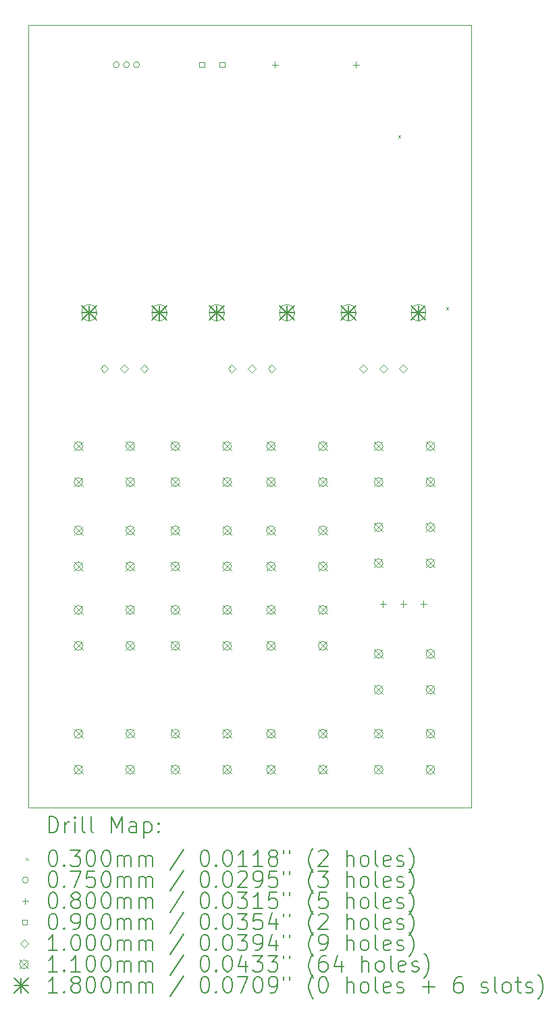
<source format=gbr>
%TF.GenerationSoftware,KiCad,Pcbnew,8.0.4*%
%TF.CreationDate,2024-08-21T22:32:37+02:00*%
%TF.ProjectId,pixxy,70697878-792e-46b6-9963-61645f706362,rev?*%
%TF.SameCoordinates,Original*%
%TF.FileFunction,Drillmap*%
%TF.FilePolarity,Positive*%
%FSLAX45Y45*%
G04 Gerber Fmt 4.5, Leading zero omitted, Abs format (unit mm)*
G04 Created by KiCad (PCBNEW 8.0.4) date 2024-08-21 22:32:37*
%MOMM*%
%LPD*%
G01*
G04 APERTURE LIST*
%ADD10C,0.050000*%
%ADD11C,0.200000*%
%ADD12C,0.100000*%
%ADD13C,0.110000*%
%ADD14C,0.180000*%
G04 APERTURE END LIST*
D10*
X4100000Y-3350000D02*
X9650000Y-3350000D01*
X9650000Y-13150000D01*
X4100000Y-13150000D01*
X4100000Y-3350000D01*
D11*
D12*
X8735000Y-4735000D02*
X8765000Y-4765000D01*
X8765000Y-4735000D02*
X8735000Y-4765000D01*
X9335000Y-6885000D02*
X9365000Y-6915000D01*
X9365000Y-6885000D02*
X9335000Y-6915000D01*
X5237500Y-3850000D02*
G75*
G02*
X5162500Y-3850000I-37500J0D01*
G01*
X5162500Y-3850000D02*
G75*
G02*
X5237500Y-3850000I37500J0D01*
G01*
X5364500Y-3850000D02*
G75*
G02*
X5289500Y-3850000I-37500J0D01*
G01*
X5289500Y-3850000D02*
G75*
G02*
X5364500Y-3850000I37500J0D01*
G01*
X5491500Y-3850000D02*
G75*
G02*
X5416500Y-3850000I-37500J0D01*
G01*
X5416500Y-3850000D02*
G75*
G02*
X5491500Y-3850000I37500J0D01*
G01*
X7192000Y-3810000D02*
X7192000Y-3890000D01*
X7152000Y-3850000D02*
X7232000Y-3850000D01*
X8208000Y-3810000D02*
X8208000Y-3890000D01*
X8168000Y-3850000D02*
X8248000Y-3850000D01*
X8546000Y-10560000D02*
X8546000Y-10640000D01*
X8506000Y-10600000D02*
X8586000Y-10600000D01*
X8800000Y-10560000D02*
X8800000Y-10640000D01*
X8760000Y-10600000D02*
X8840000Y-10600000D01*
X9054000Y-10560000D02*
X9054000Y-10640000D01*
X9014000Y-10600000D02*
X9094000Y-10600000D01*
X6304320Y-3881820D02*
X6304320Y-3818180D01*
X6240680Y-3818180D01*
X6240680Y-3881820D01*
X6304320Y-3881820D01*
X6558320Y-3881820D02*
X6558320Y-3818180D01*
X6494680Y-3818180D01*
X6494680Y-3881820D01*
X6558320Y-3881820D01*
X5050000Y-7705000D02*
X5100000Y-7655000D01*
X5050000Y-7605000D01*
X5000000Y-7655000D01*
X5050000Y-7705000D01*
X5300000Y-7705000D02*
X5350000Y-7655000D01*
X5300000Y-7605000D01*
X5250000Y-7655000D01*
X5300000Y-7705000D01*
X5550000Y-7705000D02*
X5600000Y-7655000D01*
X5550000Y-7605000D01*
X5500000Y-7655000D01*
X5550000Y-7705000D01*
X6650000Y-7705000D02*
X6700000Y-7655000D01*
X6650000Y-7605000D01*
X6600000Y-7655000D01*
X6650000Y-7705000D01*
X6900000Y-7705000D02*
X6950000Y-7655000D01*
X6900000Y-7605000D01*
X6850000Y-7655000D01*
X6900000Y-7705000D01*
X7150000Y-7705000D02*
X7200000Y-7655000D01*
X7150000Y-7605000D01*
X7100000Y-7655000D01*
X7150000Y-7705000D01*
X8300000Y-7705000D02*
X8350000Y-7655000D01*
X8300000Y-7605000D01*
X8250000Y-7655000D01*
X8300000Y-7705000D01*
X8550000Y-7705000D02*
X8600000Y-7655000D01*
X8550000Y-7605000D01*
X8500000Y-7655000D01*
X8550000Y-7705000D01*
X8800000Y-7705000D02*
X8850000Y-7655000D01*
X8800000Y-7605000D01*
X8750000Y-7655000D01*
X8800000Y-7705000D01*
D13*
X4670000Y-8570000D02*
X4780000Y-8680000D01*
X4780000Y-8570000D02*
X4670000Y-8680000D01*
X4780000Y-8625000D02*
G75*
G02*
X4670000Y-8625000I-55000J0D01*
G01*
X4670000Y-8625000D02*
G75*
G02*
X4780000Y-8625000I55000J0D01*
G01*
X4670000Y-9020000D02*
X4780000Y-9130000D01*
X4780000Y-9020000D02*
X4670000Y-9130000D01*
X4780000Y-9075000D02*
G75*
G02*
X4670000Y-9075000I-55000J0D01*
G01*
X4670000Y-9075000D02*
G75*
G02*
X4780000Y-9075000I55000J0D01*
G01*
X4670000Y-9625000D02*
X4780000Y-9735000D01*
X4780000Y-9625000D02*
X4670000Y-9735000D01*
X4780000Y-9680000D02*
G75*
G02*
X4670000Y-9680000I-55000J0D01*
G01*
X4670000Y-9680000D02*
G75*
G02*
X4780000Y-9680000I55000J0D01*
G01*
X4670000Y-10075000D02*
X4780000Y-10185000D01*
X4780000Y-10075000D02*
X4670000Y-10185000D01*
X4780000Y-10130000D02*
G75*
G02*
X4670000Y-10130000I-55000J0D01*
G01*
X4670000Y-10130000D02*
G75*
G02*
X4780000Y-10130000I55000J0D01*
G01*
X4670000Y-10620000D02*
X4780000Y-10730000D01*
X4780000Y-10620000D02*
X4670000Y-10730000D01*
X4780000Y-10675000D02*
G75*
G02*
X4670000Y-10675000I-55000J0D01*
G01*
X4670000Y-10675000D02*
G75*
G02*
X4780000Y-10675000I55000J0D01*
G01*
X4670000Y-11070000D02*
X4780000Y-11180000D01*
X4780000Y-11070000D02*
X4670000Y-11180000D01*
X4780000Y-11125000D02*
G75*
G02*
X4670000Y-11125000I-55000J0D01*
G01*
X4670000Y-11125000D02*
G75*
G02*
X4780000Y-11125000I55000J0D01*
G01*
X4670000Y-12170000D02*
X4780000Y-12280000D01*
X4780000Y-12170000D02*
X4670000Y-12280000D01*
X4780000Y-12225000D02*
G75*
G02*
X4670000Y-12225000I-55000J0D01*
G01*
X4670000Y-12225000D02*
G75*
G02*
X4780000Y-12225000I55000J0D01*
G01*
X4670000Y-12620000D02*
X4780000Y-12730000D01*
X4780000Y-12620000D02*
X4670000Y-12730000D01*
X4780000Y-12675000D02*
G75*
G02*
X4670000Y-12675000I-55000J0D01*
G01*
X4670000Y-12675000D02*
G75*
G02*
X4780000Y-12675000I55000J0D01*
G01*
X5320000Y-8570000D02*
X5430000Y-8680000D01*
X5430000Y-8570000D02*
X5320000Y-8680000D01*
X5430000Y-8625000D02*
G75*
G02*
X5320000Y-8625000I-55000J0D01*
G01*
X5320000Y-8625000D02*
G75*
G02*
X5430000Y-8625000I55000J0D01*
G01*
X5320000Y-9020000D02*
X5430000Y-9130000D01*
X5430000Y-9020000D02*
X5320000Y-9130000D01*
X5430000Y-9075000D02*
G75*
G02*
X5320000Y-9075000I-55000J0D01*
G01*
X5320000Y-9075000D02*
G75*
G02*
X5430000Y-9075000I55000J0D01*
G01*
X5320000Y-9625000D02*
X5430000Y-9735000D01*
X5430000Y-9625000D02*
X5320000Y-9735000D01*
X5430000Y-9680000D02*
G75*
G02*
X5320000Y-9680000I-55000J0D01*
G01*
X5320000Y-9680000D02*
G75*
G02*
X5430000Y-9680000I55000J0D01*
G01*
X5320000Y-10075000D02*
X5430000Y-10185000D01*
X5430000Y-10075000D02*
X5320000Y-10185000D01*
X5430000Y-10130000D02*
G75*
G02*
X5320000Y-10130000I-55000J0D01*
G01*
X5320000Y-10130000D02*
G75*
G02*
X5430000Y-10130000I55000J0D01*
G01*
X5320000Y-10620000D02*
X5430000Y-10730000D01*
X5430000Y-10620000D02*
X5320000Y-10730000D01*
X5430000Y-10675000D02*
G75*
G02*
X5320000Y-10675000I-55000J0D01*
G01*
X5320000Y-10675000D02*
G75*
G02*
X5430000Y-10675000I55000J0D01*
G01*
X5320000Y-11070000D02*
X5430000Y-11180000D01*
X5430000Y-11070000D02*
X5320000Y-11180000D01*
X5430000Y-11125000D02*
G75*
G02*
X5320000Y-11125000I-55000J0D01*
G01*
X5320000Y-11125000D02*
G75*
G02*
X5430000Y-11125000I55000J0D01*
G01*
X5320000Y-12170000D02*
X5430000Y-12280000D01*
X5430000Y-12170000D02*
X5320000Y-12280000D01*
X5430000Y-12225000D02*
G75*
G02*
X5320000Y-12225000I-55000J0D01*
G01*
X5320000Y-12225000D02*
G75*
G02*
X5430000Y-12225000I55000J0D01*
G01*
X5320000Y-12620000D02*
X5430000Y-12730000D01*
X5430000Y-12620000D02*
X5320000Y-12730000D01*
X5430000Y-12675000D02*
G75*
G02*
X5320000Y-12675000I-55000J0D01*
G01*
X5320000Y-12675000D02*
G75*
G02*
X5430000Y-12675000I55000J0D01*
G01*
X5885000Y-8570000D02*
X5995000Y-8680000D01*
X5995000Y-8570000D02*
X5885000Y-8680000D01*
X5995000Y-8625000D02*
G75*
G02*
X5885000Y-8625000I-55000J0D01*
G01*
X5885000Y-8625000D02*
G75*
G02*
X5995000Y-8625000I55000J0D01*
G01*
X5885000Y-9020000D02*
X5995000Y-9130000D01*
X5995000Y-9020000D02*
X5885000Y-9130000D01*
X5995000Y-9075000D02*
G75*
G02*
X5885000Y-9075000I-55000J0D01*
G01*
X5885000Y-9075000D02*
G75*
G02*
X5995000Y-9075000I55000J0D01*
G01*
X5885000Y-9625000D02*
X5995000Y-9735000D01*
X5995000Y-9625000D02*
X5885000Y-9735000D01*
X5995000Y-9680000D02*
G75*
G02*
X5885000Y-9680000I-55000J0D01*
G01*
X5885000Y-9680000D02*
G75*
G02*
X5995000Y-9680000I55000J0D01*
G01*
X5885000Y-10075000D02*
X5995000Y-10185000D01*
X5995000Y-10075000D02*
X5885000Y-10185000D01*
X5995000Y-10130000D02*
G75*
G02*
X5885000Y-10130000I-55000J0D01*
G01*
X5885000Y-10130000D02*
G75*
G02*
X5995000Y-10130000I55000J0D01*
G01*
X5885000Y-10620000D02*
X5995000Y-10730000D01*
X5995000Y-10620000D02*
X5885000Y-10730000D01*
X5995000Y-10675000D02*
G75*
G02*
X5885000Y-10675000I-55000J0D01*
G01*
X5885000Y-10675000D02*
G75*
G02*
X5995000Y-10675000I55000J0D01*
G01*
X5885000Y-11070000D02*
X5995000Y-11180000D01*
X5995000Y-11070000D02*
X5885000Y-11180000D01*
X5995000Y-11125000D02*
G75*
G02*
X5885000Y-11125000I-55000J0D01*
G01*
X5885000Y-11125000D02*
G75*
G02*
X5995000Y-11125000I55000J0D01*
G01*
X5885000Y-12170000D02*
X5995000Y-12280000D01*
X5995000Y-12170000D02*
X5885000Y-12280000D01*
X5995000Y-12225000D02*
G75*
G02*
X5885000Y-12225000I-55000J0D01*
G01*
X5885000Y-12225000D02*
G75*
G02*
X5995000Y-12225000I55000J0D01*
G01*
X5885000Y-12620000D02*
X5995000Y-12730000D01*
X5995000Y-12620000D02*
X5885000Y-12730000D01*
X5995000Y-12675000D02*
G75*
G02*
X5885000Y-12675000I-55000J0D01*
G01*
X5885000Y-12675000D02*
G75*
G02*
X5995000Y-12675000I55000J0D01*
G01*
X6535000Y-8570000D02*
X6645000Y-8680000D01*
X6645000Y-8570000D02*
X6535000Y-8680000D01*
X6645000Y-8625000D02*
G75*
G02*
X6535000Y-8625000I-55000J0D01*
G01*
X6535000Y-8625000D02*
G75*
G02*
X6645000Y-8625000I55000J0D01*
G01*
X6535000Y-9020000D02*
X6645000Y-9130000D01*
X6645000Y-9020000D02*
X6535000Y-9130000D01*
X6645000Y-9075000D02*
G75*
G02*
X6535000Y-9075000I-55000J0D01*
G01*
X6535000Y-9075000D02*
G75*
G02*
X6645000Y-9075000I55000J0D01*
G01*
X6535000Y-9625000D02*
X6645000Y-9735000D01*
X6645000Y-9625000D02*
X6535000Y-9735000D01*
X6645000Y-9680000D02*
G75*
G02*
X6535000Y-9680000I-55000J0D01*
G01*
X6535000Y-9680000D02*
G75*
G02*
X6645000Y-9680000I55000J0D01*
G01*
X6535000Y-10075000D02*
X6645000Y-10185000D01*
X6645000Y-10075000D02*
X6535000Y-10185000D01*
X6645000Y-10130000D02*
G75*
G02*
X6535000Y-10130000I-55000J0D01*
G01*
X6535000Y-10130000D02*
G75*
G02*
X6645000Y-10130000I55000J0D01*
G01*
X6535000Y-10620000D02*
X6645000Y-10730000D01*
X6645000Y-10620000D02*
X6535000Y-10730000D01*
X6645000Y-10675000D02*
G75*
G02*
X6535000Y-10675000I-55000J0D01*
G01*
X6535000Y-10675000D02*
G75*
G02*
X6645000Y-10675000I55000J0D01*
G01*
X6535000Y-11070000D02*
X6645000Y-11180000D01*
X6645000Y-11070000D02*
X6535000Y-11180000D01*
X6645000Y-11125000D02*
G75*
G02*
X6535000Y-11125000I-55000J0D01*
G01*
X6535000Y-11125000D02*
G75*
G02*
X6645000Y-11125000I55000J0D01*
G01*
X6535000Y-12170000D02*
X6645000Y-12280000D01*
X6645000Y-12170000D02*
X6535000Y-12280000D01*
X6645000Y-12225000D02*
G75*
G02*
X6535000Y-12225000I-55000J0D01*
G01*
X6535000Y-12225000D02*
G75*
G02*
X6645000Y-12225000I55000J0D01*
G01*
X6535000Y-12620000D02*
X6645000Y-12730000D01*
X6645000Y-12620000D02*
X6535000Y-12730000D01*
X6645000Y-12675000D02*
G75*
G02*
X6535000Y-12675000I-55000J0D01*
G01*
X6535000Y-12675000D02*
G75*
G02*
X6645000Y-12675000I55000J0D01*
G01*
X7085000Y-8570000D02*
X7195000Y-8680000D01*
X7195000Y-8570000D02*
X7085000Y-8680000D01*
X7195000Y-8625000D02*
G75*
G02*
X7085000Y-8625000I-55000J0D01*
G01*
X7085000Y-8625000D02*
G75*
G02*
X7195000Y-8625000I55000J0D01*
G01*
X7085000Y-9020000D02*
X7195000Y-9130000D01*
X7195000Y-9020000D02*
X7085000Y-9130000D01*
X7195000Y-9075000D02*
G75*
G02*
X7085000Y-9075000I-55000J0D01*
G01*
X7085000Y-9075000D02*
G75*
G02*
X7195000Y-9075000I55000J0D01*
G01*
X7085000Y-9625000D02*
X7195000Y-9735000D01*
X7195000Y-9625000D02*
X7085000Y-9735000D01*
X7195000Y-9680000D02*
G75*
G02*
X7085000Y-9680000I-55000J0D01*
G01*
X7085000Y-9680000D02*
G75*
G02*
X7195000Y-9680000I55000J0D01*
G01*
X7085000Y-10075000D02*
X7195000Y-10185000D01*
X7195000Y-10075000D02*
X7085000Y-10185000D01*
X7195000Y-10130000D02*
G75*
G02*
X7085000Y-10130000I-55000J0D01*
G01*
X7085000Y-10130000D02*
G75*
G02*
X7195000Y-10130000I55000J0D01*
G01*
X7085000Y-10620000D02*
X7195000Y-10730000D01*
X7195000Y-10620000D02*
X7085000Y-10730000D01*
X7195000Y-10675000D02*
G75*
G02*
X7085000Y-10675000I-55000J0D01*
G01*
X7085000Y-10675000D02*
G75*
G02*
X7195000Y-10675000I55000J0D01*
G01*
X7085000Y-11070000D02*
X7195000Y-11180000D01*
X7195000Y-11070000D02*
X7085000Y-11180000D01*
X7195000Y-11125000D02*
G75*
G02*
X7085000Y-11125000I-55000J0D01*
G01*
X7085000Y-11125000D02*
G75*
G02*
X7195000Y-11125000I55000J0D01*
G01*
X7085000Y-12170000D02*
X7195000Y-12280000D01*
X7195000Y-12170000D02*
X7085000Y-12280000D01*
X7195000Y-12225000D02*
G75*
G02*
X7085000Y-12225000I-55000J0D01*
G01*
X7085000Y-12225000D02*
G75*
G02*
X7195000Y-12225000I55000J0D01*
G01*
X7085000Y-12620000D02*
X7195000Y-12730000D01*
X7195000Y-12620000D02*
X7085000Y-12730000D01*
X7195000Y-12675000D02*
G75*
G02*
X7085000Y-12675000I-55000J0D01*
G01*
X7085000Y-12675000D02*
G75*
G02*
X7195000Y-12675000I55000J0D01*
G01*
X7735000Y-8570000D02*
X7845000Y-8680000D01*
X7845000Y-8570000D02*
X7735000Y-8680000D01*
X7845000Y-8625000D02*
G75*
G02*
X7735000Y-8625000I-55000J0D01*
G01*
X7735000Y-8625000D02*
G75*
G02*
X7845000Y-8625000I55000J0D01*
G01*
X7735000Y-9020000D02*
X7845000Y-9130000D01*
X7845000Y-9020000D02*
X7735000Y-9130000D01*
X7845000Y-9075000D02*
G75*
G02*
X7735000Y-9075000I-55000J0D01*
G01*
X7735000Y-9075000D02*
G75*
G02*
X7845000Y-9075000I55000J0D01*
G01*
X7735000Y-9625000D02*
X7845000Y-9735000D01*
X7845000Y-9625000D02*
X7735000Y-9735000D01*
X7845000Y-9680000D02*
G75*
G02*
X7735000Y-9680000I-55000J0D01*
G01*
X7735000Y-9680000D02*
G75*
G02*
X7845000Y-9680000I55000J0D01*
G01*
X7735000Y-10075000D02*
X7845000Y-10185000D01*
X7845000Y-10075000D02*
X7735000Y-10185000D01*
X7845000Y-10130000D02*
G75*
G02*
X7735000Y-10130000I-55000J0D01*
G01*
X7735000Y-10130000D02*
G75*
G02*
X7845000Y-10130000I55000J0D01*
G01*
X7735000Y-10620000D02*
X7845000Y-10730000D01*
X7845000Y-10620000D02*
X7735000Y-10730000D01*
X7845000Y-10675000D02*
G75*
G02*
X7735000Y-10675000I-55000J0D01*
G01*
X7735000Y-10675000D02*
G75*
G02*
X7845000Y-10675000I55000J0D01*
G01*
X7735000Y-11070000D02*
X7845000Y-11180000D01*
X7845000Y-11070000D02*
X7735000Y-11180000D01*
X7845000Y-11125000D02*
G75*
G02*
X7735000Y-11125000I-55000J0D01*
G01*
X7735000Y-11125000D02*
G75*
G02*
X7845000Y-11125000I55000J0D01*
G01*
X7735000Y-12170000D02*
X7845000Y-12280000D01*
X7845000Y-12170000D02*
X7735000Y-12280000D01*
X7845000Y-12225000D02*
G75*
G02*
X7735000Y-12225000I-55000J0D01*
G01*
X7735000Y-12225000D02*
G75*
G02*
X7845000Y-12225000I55000J0D01*
G01*
X7735000Y-12620000D02*
X7845000Y-12730000D01*
X7845000Y-12620000D02*
X7735000Y-12730000D01*
X7845000Y-12675000D02*
G75*
G02*
X7735000Y-12675000I-55000J0D01*
G01*
X7735000Y-12675000D02*
G75*
G02*
X7845000Y-12675000I55000J0D01*
G01*
X8435000Y-8570000D02*
X8545000Y-8680000D01*
X8545000Y-8570000D02*
X8435000Y-8680000D01*
X8545000Y-8625000D02*
G75*
G02*
X8435000Y-8625000I-55000J0D01*
G01*
X8435000Y-8625000D02*
G75*
G02*
X8545000Y-8625000I55000J0D01*
G01*
X8435000Y-9020000D02*
X8545000Y-9130000D01*
X8545000Y-9020000D02*
X8435000Y-9130000D01*
X8545000Y-9075000D02*
G75*
G02*
X8435000Y-9075000I-55000J0D01*
G01*
X8435000Y-9075000D02*
G75*
G02*
X8545000Y-9075000I55000J0D01*
G01*
X8435000Y-9585000D02*
X8545000Y-9695000D01*
X8545000Y-9585000D02*
X8435000Y-9695000D01*
X8545000Y-9640000D02*
G75*
G02*
X8435000Y-9640000I-55000J0D01*
G01*
X8435000Y-9640000D02*
G75*
G02*
X8545000Y-9640000I55000J0D01*
G01*
X8435000Y-10035000D02*
X8545000Y-10145000D01*
X8545000Y-10035000D02*
X8435000Y-10145000D01*
X8545000Y-10090000D02*
G75*
G02*
X8435000Y-10090000I-55000J0D01*
G01*
X8435000Y-10090000D02*
G75*
G02*
X8545000Y-10090000I55000J0D01*
G01*
X8435000Y-11170000D02*
X8545000Y-11280000D01*
X8545000Y-11170000D02*
X8435000Y-11280000D01*
X8545000Y-11225000D02*
G75*
G02*
X8435000Y-11225000I-55000J0D01*
G01*
X8435000Y-11225000D02*
G75*
G02*
X8545000Y-11225000I55000J0D01*
G01*
X8435000Y-11620000D02*
X8545000Y-11730000D01*
X8545000Y-11620000D02*
X8435000Y-11730000D01*
X8545000Y-11675000D02*
G75*
G02*
X8435000Y-11675000I-55000J0D01*
G01*
X8435000Y-11675000D02*
G75*
G02*
X8545000Y-11675000I55000J0D01*
G01*
X8435000Y-12170000D02*
X8545000Y-12280000D01*
X8545000Y-12170000D02*
X8435000Y-12280000D01*
X8545000Y-12225000D02*
G75*
G02*
X8435000Y-12225000I-55000J0D01*
G01*
X8435000Y-12225000D02*
G75*
G02*
X8545000Y-12225000I55000J0D01*
G01*
X8435000Y-12620000D02*
X8545000Y-12730000D01*
X8545000Y-12620000D02*
X8435000Y-12730000D01*
X8545000Y-12675000D02*
G75*
G02*
X8435000Y-12675000I-55000J0D01*
G01*
X8435000Y-12675000D02*
G75*
G02*
X8545000Y-12675000I55000J0D01*
G01*
X9085000Y-8570000D02*
X9195000Y-8680000D01*
X9195000Y-8570000D02*
X9085000Y-8680000D01*
X9195000Y-8625000D02*
G75*
G02*
X9085000Y-8625000I-55000J0D01*
G01*
X9085000Y-8625000D02*
G75*
G02*
X9195000Y-8625000I55000J0D01*
G01*
X9085000Y-9020000D02*
X9195000Y-9130000D01*
X9195000Y-9020000D02*
X9085000Y-9130000D01*
X9195000Y-9075000D02*
G75*
G02*
X9085000Y-9075000I-55000J0D01*
G01*
X9085000Y-9075000D02*
G75*
G02*
X9195000Y-9075000I55000J0D01*
G01*
X9085000Y-9585000D02*
X9195000Y-9695000D01*
X9195000Y-9585000D02*
X9085000Y-9695000D01*
X9195000Y-9640000D02*
G75*
G02*
X9085000Y-9640000I-55000J0D01*
G01*
X9085000Y-9640000D02*
G75*
G02*
X9195000Y-9640000I55000J0D01*
G01*
X9085000Y-10035000D02*
X9195000Y-10145000D01*
X9195000Y-10035000D02*
X9085000Y-10145000D01*
X9195000Y-10090000D02*
G75*
G02*
X9085000Y-10090000I-55000J0D01*
G01*
X9085000Y-10090000D02*
G75*
G02*
X9195000Y-10090000I55000J0D01*
G01*
X9085000Y-11170000D02*
X9195000Y-11280000D01*
X9195000Y-11170000D02*
X9085000Y-11280000D01*
X9195000Y-11225000D02*
G75*
G02*
X9085000Y-11225000I-55000J0D01*
G01*
X9085000Y-11225000D02*
G75*
G02*
X9195000Y-11225000I55000J0D01*
G01*
X9085000Y-11620000D02*
X9195000Y-11730000D01*
X9195000Y-11620000D02*
X9085000Y-11730000D01*
X9195000Y-11675000D02*
G75*
G02*
X9085000Y-11675000I-55000J0D01*
G01*
X9085000Y-11675000D02*
G75*
G02*
X9195000Y-11675000I55000J0D01*
G01*
X9085000Y-12170000D02*
X9195000Y-12280000D01*
X9195000Y-12170000D02*
X9085000Y-12280000D01*
X9195000Y-12225000D02*
G75*
G02*
X9085000Y-12225000I-55000J0D01*
G01*
X9085000Y-12225000D02*
G75*
G02*
X9195000Y-12225000I55000J0D01*
G01*
X9085000Y-12620000D02*
X9195000Y-12730000D01*
X9195000Y-12620000D02*
X9085000Y-12730000D01*
X9195000Y-12675000D02*
G75*
G02*
X9085000Y-12675000I-55000J0D01*
G01*
X9085000Y-12675000D02*
G75*
G02*
X9195000Y-12675000I55000J0D01*
G01*
D14*
X4770000Y-6865000D02*
X4950000Y-7045000D01*
X4950000Y-6865000D02*
X4770000Y-7045000D01*
X4860000Y-6865000D02*
X4860000Y-7045000D01*
X4770000Y-6955000D02*
X4950000Y-6955000D01*
D12*
X4950000Y-6970000D02*
X4950000Y-6940000D01*
X4770000Y-6940000D02*
G75*
G02*
X4950000Y-6940000I90000J0D01*
G01*
X4770000Y-6940000D02*
X4770000Y-6970000D01*
X4770000Y-6970000D02*
G75*
G03*
X4950000Y-6970000I90000J0D01*
G01*
D14*
X5650000Y-6865000D02*
X5830000Y-7045000D01*
X5830000Y-6865000D02*
X5650000Y-7045000D01*
X5740000Y-6865000D02*
X5740000Y-7045000D01*
X5650000Y-6955000D02*
X5830000Y-6955000D01*
D12*
X5830000Y-6970000D02*
X5830000Y-6940000D01*
X5650000Y-6940000D02*
G75*
G02*
X5830000Y-6940000I90000J0D01*
G01*
X5650000Y-6940000D02*
X5650000Y-6970000D01*
X5650000Y-6970000D02*
G75*
G03*
X5830000Y-6970000I90000J0D01*
G01*
D14*
X6370000Y-6865000D02*
X6550000Y-7045000D01*
X6550000Y-6865000D02*
X6370000Y-7045000D01*
X6460000Y-6865000D02*
X6460000Y-7045000D01*
X6370000Y-6955000D02*
X6550000Y-6955000D01*
D12*
X6550000Y-6970000D02*
X6550000Y-6940000D01*
X6370000Y-6940000D02*
G75*
G02*
X6550000Y-6940000I90000J0D01*
G01*
X6370000Y-6940000D02*
X6370000Y-6970000D01*
X6370000Y-6970000D02*
G75*
G03*
X6550000Y-6970000I90000J0D01*
G01*
D14*
X7250000Y-6865000D02*
X7430000Y-7045000D01*
X7430000Y-6865000D02*
X7250000Y-7045000D01*
X7340000Y-6865000D02*
X7340000Y-7045000D01*
X7250000Y-6955000D02*
X7430000Y-6955000D01*
D12*
X7430000Y-6970000D02*
X7430000Y-6940000D01*
X7250000Y-6940000D02*
G75*
G02*
X7430000Y-6940000I90000J0D01*
G01*
X7250000Y-6940000D02*
X7250000Y-6970000D01*
X7250000Y-6970000D02*
G75*
G03*
X7430000Y-6970000I90000J0D01*
G01*
D14*
X8020000Y-6865000D02*
X8200000Y-7045000D01*
X8200000Y-6865000D02*
X8020000Y-7045000D01*
X8110000Y-6865000D02*
X8110000Y-7045000D01*
X8020000Y-6955000D02*
X8200000Y-6955000D01*
D12*
X8200000Y-6970000D02*
X8200000Y-6940000D01*
X8020000Y-6940000D02*
G75*
G02*
X8200000Y-6940000I90000J0D01*
G01*
X8020000Y-6940000D02*
X8020000Y-6970000D01*
X8020000Y-6970000D02*
G75*
G03*
X8200000Y-6970000I90000J0D01*
G01*
D14*
X8900000Y-6865000D02*
X9080000Y-7045000D01*
X9080000Y-6865000D02*
X8900000Y-7045000D01*
X8990000Y-6865000D02*
X8990000Y-7045000D01*
X8900000Y-6955000D02*
X9080000Y-6955000D01*
D12*
X9080000Y-6970000D02*
X9080000Y-6940000D01*
X8900000Y-6940000D02*
G75*
G02*
X9080000Y-6940000I90000J0D01*
G01*
X8900000Y-6940000D02*
X8900000Y-6970000D01*
X8900000Y-6970000D02*
G75*
G03*
X9080000Y-6970000I90000J0D01*
G01*
D11*
X4358277Y-13463984D02*
X4358277Y-13263984D01*
X4358277Y-13263984D02*
X4405896Y-13263984D01*
X4405896Y-13263984D02*
X4434467Y-13273508D01*
X4434467Y-13273508D02*
X4453515Y-13292555D01*
X4453515Y-13292555D02*
X4463039Y-13311603D01*
X4463039Y-13311603D02*
X4472563Y-13349698D01*
X4472563Y-13349698D02*
X4472563Y-13378269D01*
X4472563Y-13378269D02*
X4463039Y-13416365D01*
X4463039Y-13416365D02*
X4453515Y-13435412D01*
X4453515Y-13435412D02*
X4434467Y-13454460D01*
X4434467Y-13454460D02*
X4405896Y-13463984D01*
X4405896Y-13463984D02*
X4358277Y-13463984D01*
X4558277Y-13463984D02*
X4558277Y-13330650D01*
X4558277Y-13368746D02*
X4567801Y-13349698D01*
X4567801Y-13349698D02*
X4577324Y-13340174D01*
X4577324Y-13340174D02*
X4596372Y-13330650D01*
X4596372Y-13330650D02*
X4615420Y-13330650D01*
X4682086Y-13463984D02*
X4682086Y-13330650D01*
X4682086Y-13263984D02*
X4672563Y-13273508D01*
X4672563Y-13273508D02*
X4682086Y-13283031D01*
X4682086Y-13283031D02*
X4691610Y-13273508D01*
X4691610Y-13273508D02*
X4682086Y-13263984D01*
X4682086Y-13263984D02*
X4682086Y-13283031D01*
X4805896Y-13463984D02*
X4786848Y-13454460D01*
X4786848Y-13454460D02*
X4777324Y-13435412D01*
X4777324Y-13435412D02*
X4777324Y-13263984D01*
X4910658Y-13463984D02*
X4891610Y-13454460D01*
X4891610Y-13454460D02*
X4882086Y-13435412D01*
X4882086Y-13435412D02*
X4882086Y-13263984D01*
X5139229Y-13463984D02*
X5139229Y-13263984D01*
X5139229Y-13263984D02*
X5205896Y-13406841D01*
X5205896Y-13406841D02*
X5272563Y-13263984D01*
X5272563Y-13263984D02*
X5272563Y-13463984D01*
X5453515Y-13463984D02*
X5453515Y-13359222D01*
X5453515Y-13359222D02*
X5443991Y-13340174D01*
X5443991Y-13340174D02*
X5424944Y-13330650D01*
X5424944Y-13330650D02*
X5386848Y-13330650D01*
X5386848Y-13330650D02*
X5367801Y-13340174D01*
X5453515Y-13454460D02*
X5434467Y-13463984D01*
X5434467Y-13463984D02*
X5386848Y-13463984D01*
X5386848Y-13463984D02*
X5367801Y-13454460D01*
X5367801Y-13454460D02*
X5358277Y-13435412D01*
X5358277Y-13435412D02*
X5358277Y-13416365D01*
X5358277Y-13416365D02*
X5367801Y-13397317D01*
X5367801Y-13397317D02*
X5386848Y-13387793D01*
X5386848Y-13387793D02*
X5434467Y-13387793D01*
X5434467Y-13387793D02*
X5453515Y-13378269D01*
X5548753Y-13330650D02*
X5548753Y-13530650D01*
X5548753Y-13340174D02*
X5567801Y-13330650D01*
X5567801Y-13330650D02*
X5605896Y-13330650D01*
X5605896Y-13330650D02*
X5624943Y-13340174D01*
X5624943Y-13340174D02*
X5634467Y-13349698D01*
X5634467Y-13349698D02*
X5643991Y-13368746D01*
X5643991Y-13368746D02*
X5643991Y-13425888D01*
X5643991Y-13425888D02*
X5634467Y-13444936D01*
X5634467Y-13444936D02*
X5624943Y-13454460D01*
X5624943Y-13454460D02*
X5605896Y-13463984D01*
X5605896Y-13463984D02*
X5567801Y-13463984D01*
X5567801Y-13463984D02*
X5548753Y-13454460D01*
X5729705Y-13444936D02*
X5739229Y-13454460D01*
X5739229Y-13454460D02*
X5729705Y-13463984D01*
X5729705Y-13463984D02*
X5720182Y-13454460D01*
X5720182Y-13454460D02*
X5729705Y-13444936D01*
X5729705Y-13444936D02*
X5729705Y-13463984D01*
X5729705Y-13340174D02*
X5739229Y-13349698D01*
X5739229Y-13349698D02*
X5729705Y-13359222D01*
X5729705Y-13359222D02*
X5720182Y-13349698D01*
X5720182Y-13349698D02*
X5729705Y-13340174D01*
X5729705Y-13340174D02*
X5729705Y-13359222D01*
D12*
X4067500Y-13777500D02*
X4097500Y-13807500D01*
X4097500Y-13777500D02*
X4067500Y-13807500D01*
D11*
X4396372Y-13683984D02*
X4415420Y-13683984D01*
X4415420Y-13683984D02*
X4434467Y-13693508D01*
X4434467Y-13693508D02*
X4443991Y-13703031D01*
X4443991Y-13703031D02*
X4453515Y-13722079D01*
X4453515Y-13722079D02*
X4463039Y-13760174D01*
X4463039Y-13760174D02*
X4463039Y-13807793D01*
X4463039Y-13807793D02*
X4453515Y-13845888D01*
X4453515Y-13845888D02*
X4443991Y-13864936D01*
X4443991Y-13864936D02*
X4434467Y-13874460D01*
X4434467Y-13874460D02*
X4415420Y-13883984D01*
X4415420Y-13883984D02*
X4396372Y-13883984D01*
X4396372Y-13883984D02*
X4377324Y-13874460D01*
X4377324Y-13874460D02*
X4367801Y-13864936D01*
X4367801Y-13864936D02*
X4358277Y-13845888D01*
X4358277Y-13845888D02*
X4348753Y-13807793D01*
X4348753Y-13807793D02*
X4348753Y-13760174D01*
X4348753Y-13760174D02*
X4358277Y-13722079D01*
X4358277Y-13722079D02*
X4367801Y-13703031D01*
X4367801Y-13703031D02*
X4377324Y-13693508D01*
X4377324Y-13693508D02*
X4396372Y-13683984D01*
X4548753Y-13864936D02*
X4558277Y-13874460D01*
X4558277Y-13874460D02*
X4548753Y-13883984D01*
X4548753Y-13883984D02*
X4539229Y-13874460D01*
X4539229Y-13874460D02*
X4548753Y-13864936D01*
X4548753Y-13864936D02*
X4548753Y-13883984D01*
X4624944Y-13683984D02*
X4748753Y-13683984D01*
X4748753Y-13683984D02*
X4682086Y-13760174D01*
X4682086Y-13760174D02*
X4710658Y-13760174D01*
X4710658Y-13760174D02*
X4729705Y-13769698D01*
X4729705Y-13769698D02*
X4739229Y-13779222D01*
X4739229Y-13779222D02*
X4748753Y-13798269D01*
X4748753Y-13798269D02*
X4748753Y-13845888D01*
X4748753Y-13845888D02*
X4739229Y-13864936D01*
X4739229Y-13864936D02*
X4729705Y-13874460D01*
X4729705Y-13874460D02*
X4710658Y-13883984D01*
X4710658Y-13883984D02*
X4653515Y-13883984D01*
X4653515Y-13883984D02*
X4634467Y-13874460D01*
X4634467Y-13874460D02*
X4624944Y-13864936D01*
X4872563Y-13683984D02*
X4891610Y-13683984D01*
X4891610Y-13683984D02*
X4910658Y-13693508D01*
X4910658Y-13693508D02*
X4920182Y-13703031D01*
X4920182Y-13703031D02*
X4929705Y-13722079D01*
X4929705Y-13722079D02*
X4939229Y-13760174D01*
X4939229Y-13760174D02*
X4939229Y-13807793D01*
X4939229Y-13807793D02*
X4929705Y-13845888D01*
X4929705Y-13845888D02*
X4920182Y-13864936D01*
X4920182Y-13864936D02*
X4910658Y-13874460D01*
X4910658Y-13874460D02*
X4891610Y-13883984D01*
X4891610Y-13883984D02*
X4872563Y-13883984D01*
X4872563Y-13883984D02*
X4853515Y-13874460D01*
X4853515Y-13874460D02*
X4843991Y-13864936D01*
X4843991Y-13864936D02*
X4834467Y-13845888D01*
X4834467Y-13845888D02*
X4824944Y-13807793D01*
X4824944Y-13807793D02*
X4824944Y-13760174D01*
X4824944Y-13760174D02*
X4834467Y-13722079D01*
X4834467Y-13722079D02*
X4843991Y-13703031D01*
X4843991Y-13703031D02*
X4853515Y-13693508D01*
X4853515Y-13693508D02*
X4872563Y-13683984D01*
X5063039Y-13683984D02*
X5082086Y-13683984D01*
X5082086Y-13683984D02*
X5101134Y-13693508D01*
X5101134Y-13693508D02*
X5110658Y-13703031D01*
X5110658Y-13703031D02*
X5120182Y-13722079D01*
X5120182Y-13722079D02*
X5129705Y-13760174D01*
X5129705Y-13760174D02*
X5129705Y-13807793D01*
X5129705Y-13807793D02*
X5120182Y-13845888D01*
X5120182Y-13845888D02*
X5110658Y-13864936D01*
X5110658Y-13864936D02*
X5101134Y-13874460D01*
X5101134Y-13874460D02*
X5082086Y-13883984D01*
X5082086Y-13883984D02*
X5063039Y-13883984D01*
X5063039Y-13883984D02*
X5043991Y-13874460D01*
X5043991Y-13874460D02*
X5034467Y-13864936D01*
X5034467Y-13864936D02*
X5024944Y-13845888D01*
X5024944Y-13845888D02*
X5015420Y-13807793D01*
X5015420Y-13807793D02*
X5015420Y-13760174D01*
X5015420Y-13760174D02*
X5024944Y-13722079D01*
X5024944Y-13722079D02*
X5034467Y-13703031D01*
X5034467Y-13703031D02*
X5043991Y-13693508D01*
X5043991Y-13693508D02*
X5063039Y-13683984D01*
X5215420Y-13883984D02*
X5215420Y-13750650D01*
X5215420Y-13769698D02*
X5224944Y-13760174D01*
X5224944Y-13760174D02*
X5243991Y-13750650D01*
X5243991Y-13750650D02*
X5272563Y-13750650D01*
X5272563Y-13750650D02*
X5291610Y-13760174D01*
X5291610Y-13760174D02*
X5301134Y-13779222D01*
X5301134Y-13779222D02*
X5301134Y-13883984D01*
X5301134Y-13779222D02*
X5310658Y-13760174D01*
X5310658Y-13760174D02*
X5329705Y-13750650D01*
X5329705Y-13750650D02*
X5358277Y-13750650D01*
X5358277Y-13750650D02*
X5377325Y-13760174D01*
X5377325Y-13760174D02*
X5386848Y-13779222D01*
X5386848Y-13779222D02*
X5386848Y-13883984D01*
X5482086Y-13883984D02*
X5482086Y-13750650D01*
X5482086Y-13769698D02*
X5491610Y-13760174D01*
X5491610Y-13760174D02*
X5510658Y-13750650D01*
X5510658Y-13750650D02*
X5539229Y-13750650D01*
X5539229Y-13750650D02*
X5558277Y-13760174D01*
X5558277Y-13760174D02*
X5567801Y-13779222D01*
X5567801Y-13779222D02*
X5567801Y-13883984D01*
X5567801Y-13779222D02*
X5577325Y-13760174D01*
X5577325Y-13760174D02*
X5596372Y-13750650D01*
X5596372Y-13750650D02*
X5624943Y-13750650D01*
X5624943Y-13750650D02*
X5643991Y-13760174D01*
X5643991Y-13760174D02*
X5653515Y-13779222D01*
X5653515Y-13779222D02*
X5653515Y-13883984D01*
X6043991Y-13674460D02*
X5872563Y-13931603D01*
X6301134Y-13683984D02*
X6320182Y-13683984D01*
X6320182Y-13683984D02*
X6339229Y-13693508D01*
X6339229Y-13693508D02*
X6348753Y-13703031D01*
X6348753Y-13703031D02*
X6358277Y-13722079D01*
X6358277Y-13722079D02*
X6367801Y-13760174D01*
X6367801Y-13760174D02*
X6367801Y-13807793D01*
X6367801Y-13807793D02*
X6358277Y-13845888D01*
X6358277Y-13845888D02*
X6348753Y-13864936D01*
X6348753Y-13864936D02*
X6339229Y-13874460D01*
X6339229Y-13874460D02*
X6320182Y-13883984D01*
X6320182Y-13883984D02*
X6301134Y-13883984D01*
X6301134Y-13883984D02*
X6282086Y-13874460D01*
X6282086Y-13874460D02*
X6272563Y-13864936D01*
X6272563Y-13864936D02*
X6263039Y-13845888D01*
X6263039Y-13845888D02*
X6253515Y-13807793D01*
X6253515Y-13807793D02*
X6253515Y-13760174D01*
X6253515Y-13760174D02*
X6263039Y-13722079D01*
X6263039Y-13722079D02*
X6272563Y-13703031D01*
X6272563Y-13703031D02*
X6282086Y-13693508D01*
X6282086Y-13693508D02*
X6301134Y-13683984D01*
X6453515Y-13864936D02*
X6463039Y-13874460D01*
X6463039Y-13874460D02*
X6453515Y-13883984D01*
X6453515Y-13883984D02*
X6443991Y-13874460D01*
X6443991Y-13874460D02*
X6453515Y-13864936D01*
X6453515Y-13864936D02*
X6453515Y-13883984D01*
X6586848Y-13683984D02*
X6605896Y-13683984D01*
X6605896Y-13683984D02*
X6624944Y-13693508D01*
X6624944Y-13693508D02*
X6634467Y-13703031D01*
X6634467Y-13703031D02*
X6643991Y-13722079D01*
X6643991Y-13722079D02*
X6653515Y-13760174D01*
X6653515Y-13760174D02*
X6653515Y-13807793D01*
X6653515Y-13807793D02*
X6643991Y-13845888D01*
X6643991Y-13845888D02*
X6634467Y-13864936D01*
X6634467Y-13864936D02*
X6624944Y-13874460D01*
X6624944Y-13874460D02*
X6605896Y-13883984D01*
X6605896Y-13883984D02*
X6586848Y-13883984D01*
X6586848Y-13883984D02*
X6567801Y-13874460D01*
X6567801Y-13874460D02*
X6558277Y-13864936D01*
X6558277Y-13864936D02*
X6548753Y-13845888D01*
X6548753Y-13845888D02*
X6539229Y-13807793D01*
X6539229Y-13807793D02*
X6539229Y-13760174D01*
X6539229Y-13760174D02*
X6548753Y-13722079D01*
X6548753Y-13722079D02*
X6558277Y-13703031D01*
X6558277Y-13703031D02*
X6567801Y-13693508D01*
X6567801Y-13693508D02*
X6586848Y-13683984D01*
X6843991Y-13883984D02*
X6729706Y-13883984D01*
X6786848Y-13883984D02*
X6786848Y-13683984D01*
X6786848Y-13683984D02*
X6767801Y-13712555D01*
X6767801Y-13712555D02*
X6748753Y-13731603D01*
X6748753Y-13731603D02*
X6729706Y-13741127D01*
X7034467Y-13883984D02*
X6920182Y-13883984D01*
X6977325Y-13883984D02*
X6977325Y-13683984D01*
X6977325Y-13683984D02*
X6958277Y-13712555D01*
X6958277Y-13712555D02*
X6939229Y-13731603D01*
X6939229Y-13731603D02*
X6920182Y-13741127D01*
X7148753Y-13769698D02*
X7129706Y-13760174D01*
X7129706Y-13760174D02*
X7120182Y-13750650D01*
X7120182Y-13750650D02*
X7110658Y-13731603D01*
X7110658Y-13731603D02*
X7110658Y-13722079D01*
X7110658Y-13722079D02*
X7120182Y-13703031D01*
X7120182Y-13703031D02*
X7129706Y-13693508D01*
X7129706Y-13693508D02*
X7148753Y-13683984D01*
X7148753Y-13683984D02*
X7186848Y-13683984D01*
X7186848Y-13683984D02*
X7205896Y-13693508D01*
X7205896Y-13693508D02*
X7215420Y-13703031D01*
X7215420Y-13703031D02*
X7224944Y-13722079D01*
X7224944Y-13722079D02*
X7224944Y-13731603D01*
X7224944Y-13731603D02*
X7215420Y-13750650D01*
X7215420Y-13750650D02*
X7205896Y-13760174D01*
X7205896Y-13760174D02*
X7186848Y-13769698D01*
X7186848Y-13769698D02*
X7148753Y-13769698D01*
X7148753Y-13769698D02*
X7129706Y-13779222D01*
X7129706Y-13779222D02*
X7120182Y-13788746D01*
X7120182Y-13788746D02*
X7110658Y-13807793D01*
X7110658Y-13807793D02*
X7110658Y-13845888D01*
X7110658Y-13845888D02*
X7120182Y-13864936D01*
X7120182Y-13864936D02*
X7129706Y-13874460D01*
X7129706Y-13874460D02*
X7148753Y-13883984D01*
X7148753Y-13883984D02*
X7186848Y-13883984D01*
X7186848Y-13883984D02*
X7205896Y-13874460D01*
X7205896Y-13874460D02*
X7215420Y-13864936D01*
X7215420Y-13864936D02*
X7224944Y-13845888D01*
X7224944Y-13845888D02*
X7224944Y-13807793D01*
X7224944Y-13807793D02*
X7215420Y-13788746D01*
X7215420Y-13788746D02*
X7205896Y-13779222D01*
X7205896Y-13779222D02*
X7186848Y-13769698D01*
X7301134Y-13683984D02*
X7301134Y-13722079D01*
X7377325Y-13683984D02*
X7377325Y-13722079D01*
X7672563Y-13960174D02*
X7663039Y-13950650D01*
X7663039Y-13950650D02*
X7643991Y-13922079D01*
X7643991Y-13922079D02*
X7634468Y-13903031D01*
X7634468Y-13903031D02*
X7624944Y-13874460D01*
X7624944Y-13874460D02*
X7615420Y-13826841D01*
X7615420Y-13826841D02*
X7615420Y-13788746D01*
X7615420Y-13788746D02*
X7624944Y-13741127D01*
X7624944Y-13741127D02*
X7634468Y-13712555D01*
X7634468Y-13712555D02*
X7643991Y-13693508D01*
X7643991Y-13693508D02*
X7663039Y-13664936D01*
X7663039Y-13664936D02*
X7672563Y-13655412D01*
X7739229Y-13703031D02*
X7748753Y-13693508D01*
X7748753Y-13693508D02*
X7767801Y-13683984D01*
X7767801Y-13683984D02*
X7815420Y-13683984D01*
X7815420Y-13683984D02*
X7834468Y-13693508D01*
X7834468Y-13693508D02*
X7843991Y-13703031D01*
X7843991Y-13703031D02*
X7853515Y-13722079D01*
X7853515Y-13722079D02*
X7853515Y-13741127D01*
X7853515Y-13741127D02*
X7843991Y-13769698D01*
X7843991Y-13769698D02*
X7729706Y-13883984D01*
X7729706Y-13883984D02*
X7853515Y-13883984D01*
X8091610Y-13883984D02*
X8091610Y-13683984D01*
X8177325Y-13883984D02*
X8177325Y-13779222D01*
X8177325Y-13779222D02*
X8167801Y-13760174D01*
X8167801Y-13760174D02*
X8148753Y-13750650D01*
X8148753Y-13750650D02*
X8120182Y-13750650D01*
X8120182Y-13750650D02*
X8101134Y-13760174D01*
X8101134Y-13760174D02*
X8091610Y-13769698D01*
X8301134Y-13883984D02*
X8282087Y-13874460D01*
X8282087Y-13874460D02*
X8272563Y-13864936D01*
X8272563Y-13864936D02*
X8263039Y-13845888D01*
X8263039Y-13845888D02*
X8263039Y-13788746D01*
X8263039Y-13788746D02*
X8272563Y-13769698D01*
X8272563Y-13769698D02*
X8282087Y-13760174D01*
X8282087Y-13760174D02*
X8301134Y-13750650D01*
X8301134Y-13750650D02*
X8329706Y-13750650D01*
X8329706Y-13750650D02*
X8348753Y-13760174D01*
X8348753Y-13760174D02*
X8358277Y-13769698D01*
X8358277Y-13769698D02*
X8367801Y-13788746D01*
X8367801Y-13788746D02*
X8367801Y-13845888D01*
X8367801Y-13845888D02*
X8358277Y-13864936D01*
X8358277Y-13864936D02*
X8348753Y-13874460D01*
X8348753Y-13874460D02*
X8329706Y-13883984D01*
X8329706Y-13883984D02*
X8301134Y-13883984D01*
X8482087Y-13883984D02*
X8463039Y-13874460D01*
X8463039Y-13874460D02*
X8453515Y-13855412D01*
X8453515Y-13855412D02*
X8453515Y-13683984D01*
X8634468Y-13874460D02*
X8615420Y-13883984D01*
X8615420Y-13883984D02*
X8577325Y-13883984D01*
X8577325Y-13883984D02*
X8558277Y-13874460D01*
X8558277Y-13874460D02*
X8548753Y-13855412D01*
X8548753Y-13855412D02*
X8548753Y-13779222D01*
X8548753Y-13779222D02*
X8558277Y-13760174D01*
X8558277Y-13760174D02*
X8577325Y-13750650D01*
X8577325Y-13750650D02*
X8615420Y-13750650D01*
X8615420Y-13750650D02*
X8634468Y-13760174D01*
X8634468Y-13760174D02*
X8643992Y-13779222D01*
X8643992Y-13779222D02*
X8643992Y-13798269D01*
X8643992Y-13798269D02*
X8548753Y-13817317D01*
X8720182Y-13874460D02*
X8739230Y-13883984D01*
X8739230Y-13883984D02*
X8777325Y-13883984D01*
X8777325Y-13883984D02*
X8796373Y-13874460D01*
X8796373Y-13874460D02*
X8805896Y-13855412D01*
X8805896Y-13855412D02*
X8805896Y-13845888D01*
X8805896Y-13845888D02*
X8796373Y-13826841D01*
X8796373Y-13826841D02*
X8777325Y-13817317D01*
X8777325Y-13817317D02*
X8748753Y-13817317D01*
X8748753Y-13817317D02*
X8729706Y-13807793D01*
X8729706Y-13807793D02*
X8720182Y-13788746D01*
X8720182Y-13788746D02*
X8720182Y-13779222D01*
X8720182Y-13779222D02*
X8729706Y-13760174D01*
X8729706Y-13760174D02*
X8748753Y-13750650D01*
X8748753Y-13750650D02*
X8777325Y-13750650D01*
X8777325Y-13750650D02*
X8796373Y-13760174D01*
X8872563Y-13960174D02*
X8882087Y-13950650D01*
X8882087Y-13950650D02*
X8901134Y-13922079D01*
X8901134Y-13922079D02*
X8910658Y-13903031D01*
X8910658Y-13903031D02*
X8920182Y-13874460D01*
X8920182Y-13874460D02*
X8929706Y-13826841D01*
X8929706Y-13826841D02*
X8929706Y-13788746D01*
X8929706Y-13788746D02*
X8920182Y-13741127D01*
X8920182Y-13741127D02*
X8910658Y-13712555D01*
X8910658Y-13712555D02*
X8901134Y-13693508D01*
X8901134Y-13693508D02*
X8882087Y-13664936D01*
X8882087Y-13664936D02*
X8872563Y-13655412D01*
D12*
X4097500Y-14056500D02*
G75*
G02*
X4022500Y-14056500I-37500J0D01*
G01*
X4022500Y-14056500D02*
G75*
G02*
X4097500Y-14056500I37500J0D01*
G01*
D11*
X4396372Y-13947984D02*
X4415420Y-13947984D01*
X4415420Y-13947984D02*
X4434467Y-13957508D01*
X4434467Y-13957508D02*
X4443991Y-13967031D01*
X4443991Y-13967031D02*
X4453515Y-13986079D01*
X4453515Y-13986079D02*
X4463039Y-14024174D01*
X4463039Y-14024174D02*
X4463039Y-14071793D01*
X4463039Y-14071793D02*
X4453515Y-14109888D01*
X4453515Y-14109888D02*
X4443991Y-14128936D01*
X4443991Y-14128936D02*
X4434467Y-14138460D01*
X4434467Y-14138460D02*
X4415420Y-14147984D01*
X4415420Y-14147984D02*
X4396372Y-14147984D01*
X4396372Y-14147984D02*
X4377324Y-14138460D01*
X4377324Y-14138460D02*
X4367801Y-14128936D01*
X4367801Y-14128936D02*
X4358277Y-14109888D01*
X4358277Y-14109888D02*
X4348753Y-14071793D01*
X4348753Y-14071793D02*
X4348753Y-14024174D01*
X4348753Y-14024174D02*
X4358277Y-13986079D01*
X4358277Y-13986079D02*
X4367801Y-13967031D01*
X4367801Y-13967031D02*
X4377324Y-13957508D01*
X4377324Y-13957508D02*
X4396372Y-13947984D01*
X4548753Y-14128936D02*
X4558277Y-14138460D01*
X4558277Y-14138460D02*
X4548753Y-14147984D01*
X4548753Y-14147984D02*
X4539229Y-14138460D01*
X4539229Y-14138460D02*
X4548753Y-14128936D01*
X4548753Y-14128936D02*
X4548753Y-14147984D01*
X4624944Y-13947984D02*
X4758277Y-13947984D01*
X4758277Y-13947984D02*
X4672563Y-14147984D01*
X4929705Y-13947984D02*
X4834467Y-13947984D01*
X4834467Y-13947984D02*
X4824944Y-14043222D01*
X4824944Y-14043222D02*
X4834467Y-14033698D01*
X4834467Y-14033698D02*
X4853515Y-14024174D01*
X4853515Y-14024174D02*
X4901134Y-14024174D01*
X4901134Y-14024174D02*
X4920182Y-14033698D01*
X4920182Y-14033698D02*
X4929705Y-14043222D01*
X4929705Y-14043222D02*
X4939229Y-14062269D01*
X4939229Y-14062269D02*
X4939229Y-14109888D01*
X4939229Y-14109888D02*
X4929705Y-14128936D01*
X4929705Y-14128936D02*
X4920182Y-14138460D01*
X4920182Y-14138460D02*
X4901134Y-14147984D01*
X4901134Y-14147984D02*
X4853515Y-14147984D01*
X4853515Y-14147984D02*
X4834467Y-14138460D01*
X4834467Y-14138460D02*
X4824944Y-14128936D01*
X5063039Y-13947984D02*
X5082086Y-13947984D01*
X5082086Y-13947984D02*
X5101134Y-13957508D01*
X5101134Y-13957508D02*
X5110658Y-13967031D01*
X5110658Y-13967031D02*
X5120182Y-13986079D01*
X5120182Y-13986079D02*
X5129705Y-14024174D01*
X5129705Y-14024174D02*
X5129705Y-14071793D01*
X5129705Y-14071793D02*
X5120182Y-14109888D01*
X5120182Y-14109888D02*
X5110658Y-14128936D01*
X5110658Y-14128936D02*
X5101134Y-14138460D01*
X5101134Y-14138460D02*
X5082086Y-14147984D01*
X5082086Y-14147984D02*
X5063039Y-14147984D01*
X5063039Y-14147984D02*
X5043991Y-14138460D01*
X5043991Y-14138460D02*
X5034467Y-14128936D01*
X5034467Y-14128936D02*
X5024944Y-14109888D01*
X5024944Y-14109888D02*
X5015420Y-14071793D01*
X5015420Y-14071793D02*
X5015420Y-14024174D01*
X5015420Y-14024174D02*
X5024944Y-13986079D01*
X5024944Y-13986079D02*
X5034467Y-13967031D01*
X5034467Y-13967031D02*
X5043991Y-13957508D01*
X5043991Y-13957508D02*
X5063039Y-13947984D01*
X5215420Y-14147984D02*
X5215420Y-14014650D01*
X5215420Y-14033698D02*
X5224944Y-14024174D01*
X5224944Y-14024174D02*
X5243991Y-14014650D01*
X5243991Y-14014650D02*
X5272563Y-14014650D01*
X5272563Y-14014650D02*
X5291610Y-14024174D01*
X5291610Y-14024174D02*
X5301134Y-14043222D01*
X5301134Y-14043222D02*
X5301134Y-14147984D01*
X5301134Y-14043222D02*
X5310658Y-14024174D01*
X5310658Y-14024174D02*
X5329705Y-14014650D01*
X5329705Y-14014650D02*
X5358277Y-14014650D01*
X5358277Y-14014650D02*
X5377325Y-14024174D01*
X5377325Y-14024174D02*
X5386848Y-14043222D01*
X5386848Y-14043222D02*
X5386848Y-14147984D01*
X5482086Y-14147984D02*
X5482086Y-14014650D01*
X5482086Y-14033698D02*
X5491610Y-14024174D01*
X5491610Y-14024174D02*
X5510658Y-14014650D01*
X5510658Y-14014650D02*
X5539229Y-14014650D01*
X5539229Y-14014650D02*
X5558277Y-14024174D01*
X5558277Y-14024174D02*
X5567801Y-14043222D01*
X5567801Y-14043222D02*
X5567801Y-14147984D01*
X5567801Y-14043222D02*
X5577325Y-14024174D01*
X5577325Y-14024174D02*
X5596372Y-14014650D01*
X5596372Y-14014650D02*
X5624943Y-14014650D01*
X5624943Y-14014650D02*
X5643991Y-14024174D01*
X5643991Y-14024174D02*
X5653515Y-14043222D01*
X5653515Y-14043222D02*
X5653515Y-14147984D01*
X6043991Y-13938460D02*
X5872563Y-14195603D01*
X6301134Y-13947984D02*
X6320182Y-13947984D01*
X6320182Y-13947984D02*
X6339229Y-13957508D01*
X6339229Y-13957508D02*
X6348753Y-13967031D01*
X6348753Y-13967031D02*
X6358277Y-13986079D01*
X6358277Y-13986079D02*
X6367801Y-14024174D01*
X6367801Y-14024174D02*
X6367801Y-14071793D01*
X6367801Y-14071793D02*
X6358277Y-14109888D01*
X6358277Y-14109888D02*
X6348753Y-14128936D01*
X6348753Y-14128936D02*
X6339229Y-14138460D01*
X6339229Y-14138460D02*
X6320182Y-14147984D01*
X6320182Y-14147984D02*
X6301134Y-14147984D01*
X6301134Y-14147984D02*
X6282086Y-14138460D01*
X6282086Y-14138460D02*
X6272563Y-14128936D01*
X6272563Y-14128936D02*
X6263039Y-14109888D01*
X6263039Y-14109888D02*
X6253515Y-14071793D01*
X6253515Y-14071793D02*
X6253515Y-14024174D01*
X6253515Y-14024174D02*
X6263039Y-13986079D01*
X6263039Y-13986079D02*
X6272563Y-13967031D01*
X6272563Y-13967031D02*
X6282086Y-13957508D01*
X6282086Y-13957508D02*
X6301134Y-13947984D01*
X6453515Y-14128936D02*
X6463039Y-14138460D01*
X6463039Y-14138460D02*
X6453515Y-14147984D01*
X6453515Y-14147984D02*
X6443991Y-14138460D01*
X6443991Y-14138460D02*
X6453515Y-14128936D01*
X6453515Y-14128936D02*
X6453515Y-14147984D01*
X6586848Y-13947984D02*
X6605896Y-13947984D01*
X6605896Y-13947984D02*
X6624944Y-13957508D01*
X6624944Y-13957508D02*
X6634467Y-13967031D01*
X6634467Y-13967031D02*
X6643991Y-13986079D01*
X6643991Y-13986079D02*
X6653515Y-14024174D01*
X6653515Y-14024174D02*
X6653515Y-14071793D01*
X6653515Y-14071793D02*
X6643991Y-14109888D01*
X6643991Y-14109888D02*
X6634467Y-14128936D01*
X6634467Y-14128936D02*
X6624944Y-14138460D01*
X6624944Y-14138460D02*
X6605896Y-14147984D01*
X6605896Y-14147984D02*
X6586848Y-14147984D01*
X6586848Y-14147984D02*
X6567801Y-14138460D01*
X6567801Y-14138460D02*
X6558277Y-14128936D01*
X6558277Y-14128936D02*
X6548753Y-14109888D01*
X6548753Y-14109888D02*
X6539229Y-14071793D01*
X6539229Y-14071793D02*
X6539229Y-14024174D01*
X6539229Y-14024174D02*
X6548753Y-13986079D01*
X6548753Y-13986079D02*
X6558277Y-13967031D01*
X6558277Y-13967031D02*
X6567801Y-13957508D01*
X6567801Y-13957508D02*
X6586848Y-13947984D01*
X6729706Y-13967031D02*
X6739229Y-13957508D01*
X6739229Y-13957508D02*
X6758277Y-13947984D01*
X6758277Y-13947984D02*
X6805896Y-13947984D01*
X6805896Y-13947984D02*
X6824944Y-13957508D01*
X6824944Y-13957508D02*
X6834467Y-13967031D01*
X6834467Y-13967031D02*
X6843991Y-13986079D01*
X6843991Y-13986079D02*
X6843991Y-14005127D01*
X6843991Y-14005127D02*
X6834467Y-14033698D01*
X6834467Y-14033698D02*
X6720182Y-14147984D01*
X6720182Y-14147984D02*
X6843991Y-14147984D01*
X6939229Y-14147984D02*
X6977325Y-14147984D01*
X6977325Y-14147984D02*
X6996372Y-14138460D01*
X6996372Y-14138460D02*
X7005896Y-14128936D01*
X7005896Y-14128936D02*
X7024944Y-14100365D01*
X7024944Y-14100365D02*
X7034467Y-14062269D01*
X7034467Y-14062269D02*
X7034467Y-13986079D01*
X7034467Y-13986079D02*
X7024944Y-13967031D01*
X7024944Y-13967031D02*
X7015420Y-13957508D01*
X7015420Y-13957508D02*
X6996372Y-13947984D01*
X6996372Y-13947984D02*
X6958277Y-13947984D01*
X6958277Y-13947984D02*
X6939229Y-13957508D01*
X6939229Y-13957508D02*
X6929706Y-13967031D01*
X6929706Y-13967031D02*
X6920182Y-13986079D01*
X6920182Y-13986079D02*
X6920182Y-14033698D01*
X6920182Y-14033698D02*
X6929706Y-14052746D01*
X6929706Y-14052746D02*
X6939229Y-14062269D01*
X6939229Y-14062269D02*
X6958277Y-14071793D01*
X6958277Y-14071793D02*
X6996372Y-14071793D01*
X6996372Y-14071793D02*
X7015420Y-14062269D01*
X7015420Y-14062269D02*
X7024944Y-14052746D01*
X7024944Y-14052746D02*
X7034467Y-14033698D01*
X7215420Y-13947984D02*
X7120182Y-13947984D01*
X7120182Y-13947984D02*
X7110658Y-14043222D01*
X7110658Y-14043222D02*
X7120182Y-14033698D01*
X7120182Y-14033698D02*
X7139229Y-14024174D01*
X7139229Y-14024174D02*
X7186848Y-14024174D01*
X7186848Y-14024174D02*
X7205896Y-14033698D01*
X7205896Y-14033698D02*
X7215420Y-14043222D01*
X7215420Y-14043222D02*
X7224944Y-14062269D01*
X7224944Y-14062269D02*
X7224944Y-14109888D01*
X7224944Y-14109888D02*
X7215420Y-14128936D01*
X7215420Y-14128936D02*
X7205896Y-14138460D01*
X7205896Y-14138460D02*
X7186848Y-14147984D01*
X7186848Y-14147984D02*
X7139229Y-14147984D01*
X7139229Y-14147984D02*
X7120182Y-14138460D01*
X7120182Y-14138460D02*
X7110658Y-14128936D01*
X7301134Y-13947984D02*
X7301134Y-13986079D01*
X7377325Y-13947984D02*
X7377325Y-13986079D01*
X7672563Y-14224174D02*
X7663039Y-14214650D01*
X7663039Y-14214650D02*
X7643991Y-14186079D01*
X7643991Y-14186079D02*
X7634468Y-14167031D01*
X7634468Y-14167031D02*
X7624944Y-14138460D01*
X7624944Y-14138460D02*
X7615420Y-14090841D01*
X7615420Y-14090841D02*
X7615420Y-14052746D01*
X7615420Y-14052746D02*
X7624944Y-14005127D01*
X7624944Y-14005127D02*
X7634468Y-13976555D01*
X7634468Y-13976555D02*
X7643991Y-13957508D01*
X7643991Y-13957508D02*
X7663039Y-13928936D01*
X7663039Y-13928936D02*
X7672563Y-13919412D01*
X7729706Y-13947984D02*
X7853515Y-13947984D01*
X7853515Y-13947984D02*
X7786848Y-14024174D01*
X7786848Y-14024174D02*
X7815420Y-14024174D01*
X7815420Y-14024174D02*
X7834468Y-14033698D01*
X7834468Y-14033698D02*
X7843991Y-14043222D01*
X7843991Y-14043222D02*
X7853515Y-14062269D01*
X7853515Y-14062269D02*
X7853515Y-14109888D01*
X7853515Y-14109888D02*
X7843991Y-14128936D01*
X7843991Y-14128936D02*
X7834468Y-14138460D01*
X7834468Y-14138460D02*
X7815420Y-14147984D01*
X7815420Y-14147984D02*
X7758277Y-14147984D01*
X7758277Y-14147984D02*
X7739229Y-14138460D01*
X7739229Y-14138460D02*
X7729706Y-14128936D01*
X8091610Y-14147984D02*
X8091610Y-13947984D01*
X8177325Y-14147984D02*
X8177325Y-14043222D01*
X8177325Y-14043222D02*
X8167801Y-14024174D01*
X8167801Y-14024174D02*
X8148753Y-14014650D01*
X8148753Y-14014650D02*
X8120182Y-14014650D01*
X8120182Y-14014650D02*
X8101134Y-14024174D01*
X8101134Y-14024174D02*
X8091610Y-14033698D01*
X8301134Y-14147984D02*
X8282087Y-14138460D01*
X8282087Y-14138460D02*
X8272563Y-14128936D01*
X8272563Y-14128936D02*
X8263039Y-14109888D01*
X8263039Y-14109888D02*
X8263039Y-14052746D01*
X8263039Y-14052746D02*
X8272563Y-14033698D01*
X8272563Y-14033698D02*
X8282087Y-14024174D01*
X8282087Y-14024174D02*
X8301134Y-14014650D01*
X8301134Y-14014650D02*
X8329706Y-14014650D01*
X8329706Y-14014650D02*
X8348753Y-14024174D01*
X8348753Y-14024174D02*
X8358277Y-14033698D01*
X8358277Y-14033698D02*
X8367801Y-14052746D01*
X8367801Y-14052746D02*
X8367801Y-14109888D01*
X8367801Y-14109888D02*
X8358277Y-14128936D01*
X8358277Y-14128936D02*
X8348753Y-14138460D01*
X8348753Y-14138460D02*
X8329706Y-14147984D01*
X8329706Y-14147984D02*
X8301134Y-14147984D01*
X8482087Y-14147984D02*
X8463039Y-14138460D01*
X8463039Y-14138460D02*
X8453515Y-14119412D01*
X8453515Y-14119412D02*
X8453515Y-13947984D01*
X8634468Y-14138460D02*
X8615420Y-14147984D01*
X8615420Y-14147984D02*
X8577325Y-14147984D01*
X8577325Y-14147984D02*
X8558277Y-14138460D01*
X8558277Y-14138460D02*
X8548753Y-14119412D01*
X8548753Y-14119412D02*
X8548753Y-14043222D01*
X8548753Y-14043222D02*
X8558277Y-14024174D01*
X8558277Y-14024174D02*
X8577325Y-14014650D01*
X8577325Y-14014650D02*
X8615420Y-14014650D01*
X8615420Y-14014650D02*
X8634468Y-14024174D01*
X8634468Y-14024174D02*
X8643992Y-14043222D01*
X8643992Y-14043222D02*
X8643992Y-14062269D01*
X8643992Y-14062269D02*
X8548753Y-14081317D01*
X8720182Y-14138460D02*
X8739230Y-14147984D01*
X8739230Y-14147984D02*
X8777325Y-14147984D01*
X8777325Y-14147984D02*
X8796373Y-14138460D01*
X8796373Y-14138460D02*
X8805896Y-14119412D01*
X8805896Y-14119412D02*
X8805896Y-14109888D01*
X8805896Y-14109888D02*
X8796373Y-14090841D01*
X8796373Y-14090841D02*
X8777325Y-14081317D01*
X8777325Y-14081317D02*
X8748753Y-14081317D01*
X8748753Y-14081317D02*
X8729706Y-14071793D01*
X8729706Y-14071793D02*
X8720182Y-14052746D01*
X8720182Y-14052746D02*
X8720182Y-14043222D01*
X8720182Y-14043222D02*
X8729706Y-14024174D01*
X8729706Y-14024174D02*
X8748753Y-14014650D01*
X8748753Y-14014650D02*
X8777325Y-14014650D01*
X8777325Y-14014650D02*
X8796373Y-14024174D01*
X8872563Y-14224174D02*
X8882087Y-14214650D01*
X8882087Y-14214650D02*
X8901134Y-14186079D01*
X8901134Y-14186079D02*
X8910658Y-14167031D01*
X8910658Y-14167031D02*
X8920182Y-14138460D01*
X8920182Y-14138460D02*
X8929706Y-14090841D01*
X8929706Y-14090841D02*
X8929706Y-14052746D01*
X8929706Y-14052746D02*
X8920182Y-14005127D01*
X8920182Y-14005127D02*
X8910658Y-13976555D01*
X8910658Y-13976555D02*
X8901134Y-13957508D01*
X8901134Y-13957508D02*
X8882087Y-13928936D01*
X8882087Y-13928936D02*
X8872563Y-13919412D01*
D12*
X4057500Y-14280500D02*
X4057500Y-14360500D01*
X4017500Y-14320500D02*
X4097500Y-14320500D01*
D11*
X4396372Y-14211984D02*
X4415420Y-14211984D01*
X4415420Y-14211984D02*
X4434467Y-14221508D01*
X4434467Y-14221508D02*
X4443991Y-14231031D01*
X4443991Y-14231031D02*
X4453515Y-14250079D01*
X4453515Y-14250079D02*
X4463039Y-14288174D01*
X4463039Y-14288174D02*
X4463039Y-14335793D01*
X4463039Y-14335793D02*
X4453515Y-14373888D01*
X4453515Y-14373888D02*
X4443991Y-14392936D01*
X4443991Y-14392936D02*
X4434467Y-14402460D01*
X4434467Y-14402460D02*
X4415420Y-14411984D01*
X4415420Y-14411984D02*
X4396372Y-14411984D01*
X4396372Y-14411984D02*
X4377324Y-14402460D01*
X4377324Y-14402460D02*
X4367801Y-14392936D01*
X4367801Y-14392936D02*
X4358277Y-14373888D01*
X4358277Y-14373888D02*
X4348753Y-14335793D01*
X4348753Y-14335793D02*
X4348753Y-14288174D01*
X4348753Y-14288174D02*
X4358277Y-14250079D01*
X4358277Y-14250079D02*
X4367801Y-14231031D01*
X4367801Y-14231031D02*
X4377324Y-14221508D01*
X4377324Y-14221508D02*
X4396372Y-14211984D01*
X4548753Y-14392936D02*
X4558277Y-14402460D01*
X4558277Y-14402460D02*
X4548753Y-14411984D01*
X4548753Y-14411984D02*
X4539229Y-14402460D01*
X4539229Y-14402460D02*
X4548753Y-14392936D01*
X4548753Y-14392936D02*
X4548753Y-14411984D01*
X4672563Y-14297698D02*
X4653515Y-14288174D01*
X4653515Y-14288174D02*
X4643991Y-14278650D01*
X4643991Y-14278650D02*
X4634467Y-14259603D01*
X4634467Y-14259603D02*
X4634467Y-14250079D01*
X4634467Y-14250079D02*
X4643991Y-14231031D01*
X4643991Y-14231031D02*
X4653515Y-14221508D01*
X4653515Y-14221508D02*
X4672563Y-14211984D01*
X4672563Y-14211984D02*
X4710658Y-14211984D01*
X4710658Y-14211984D02*
X4729705Y-14221508D01*
X4729705Y-14221508D02*
X4739229Y-14231031D01*
X4739229Y-14231031D02*
X4748753Y-14250079D01*
X4748753Y-14250079D02*
X4748753Y-14259603D01*
X4748753Y-14259603D02*
X4739229Y-14278650D01*
X4739229Y-14278650D02*
X4729705Y-14288174D01*
X4729705Y-14288174D02*
X4710658Y-14297698D01*
X4710658Y-14297698D02*
X4672563Y-14297698D01*
X4672563Y-14297698D02*
X4653515Y-14307222D01*
X4653515Y-14307222D02*
X4643991Y-14316746D01*
X4643991Y-14316746D02*
X4634467Y-14335793D01*
X4634467Y-14335793D02*
X4634467Y-14373888D01*
X4634467Y-14373888D02*
X4643991Y-14392936D01*
X4643991Y-14392936D02*
X4653515Y-14402460D01*
X4653515Y-14402460D02*
X4672563Y-14411984D01*
X4672563Y-14411984D02*
X4710658Y-14411984D01*
X4710658Y-14411984D02*
X4729705Y-14402460D01*
X4729705Y-14402460D02*
X4739229Y-14392936D01*
X4739229Y-14392936D02*
X4748753Y-14373888D01*
X4748753Y-14373888D02*
X4748753Y-14335793D01*
X4748753Y-14335793D02*
X4739229Y-14316746D01*
X4739229Y-14316746D02*
X4729705Y-14307222D01*
X4729705Y-14307222D02*
X4710658Y-14297698D01*
X4872563Y-14211984D02*
X4891610Y-14211984D01*
X4891610Y-14211984D02*
X4910658Y-14221508D01*
X4910658Y-14221508D02*
X4920182Y-14231031D01*
X4920182Y-14231031D02*
X4929705Y-14250079D01*
X4929705Y-14250079D02*
X4939229Y-14288174D01*
X4939229Y-14288174D02*
X4939229Y-14335793D01*
X4939229Y-14335793D02*
X4929705Y-14373888D01*
X4929705Y-14373888D02*
X4920182Y-14392936D01*
X4920182Y-14392936D02*
X4910658Y-14402460D01*
X4910658Y-14402460D02*
X4891610Y-14411984D01*
X4891610Y-14411984D02*
X4872563Y-14411984D01*
X4872563Y-14411984D02*
X4853515Y-14402460D01*
X4853515Y-14402460D02*
X4843991Y-14392936D01*
X4843991Y-14392936D02*
X4834467Y-14373888D01*
X4834467Y-14373888D02*
X4824944Y-14335793D01*
X4824944Y-14335793D02*
X4824944Y-14288174D01*
X4824944Y-14288174D02*
X4834467Y-14250079D01*
X4834467Y-14250079D02*
X4843991Y-14231031D01*
X4843991Y-14231031D02*
X4853515Y-14221508D01*
X4853515Y-14221508D02*
X4872563Y-14211984D01*
X5063039Y-14211984D02*
X5082086Y-14211984D01*
X5082086Y-14211984D02*
X5101134Y-14221508D01*
X5101134Y-14221508D02*
X5110658Y-14231031D01*
X5110658Y-14231031D02*
X5120182Y-14250079D01*
X5120182Y-14250079D02*
X5129705Y-14288174D01*
X5129705Y-14288174D02*
X5129705Y-14335793D01*
X5129705Y-14335793D02*
X5120182Y-14373888D01*
X5120182Y-14373888D02*
X5110658Y-14392936D01*
X5110658Y-14392936D02*
X5101134Y-14402460D01*
X5101134Y-14402460D02*
X5082086Y-14411984D01*
X5082086Y-14411984D02*
X5063039Y-14411984D01*
X5063039Y-14411984D02*
X5043991Y-14402460D01*
X5043991Y-14402460D02*
X5034467Y-14392936D01*
X5034467Y-14392936D02*
X5024944Y-14373888D01*
X5024944Y-14373888D02*
X5015420Y-14335793D01*
X5015420Y-14335793D02*
X5015420Y-14288174D01*
X5015420Y-14288174D02*
X5024944Y-14250079D01*
X5024944Y-14250079D02*
X5034467Y-14231031D01*
X5034467Y-14231031D02*
X5043991Y-14221508D01*
X5043991Y-14221508D02*
X5063039Y-14211984D01*
X5215420Y-14411984D02*
X5215420Y-14278650D01*
X5215420Y-14297698D02*
X5224944Y-14288174D01*
X5224944Y-14288174D02*
X5243991Y-14278650D01*
X5243991Y-14278650D02*
X5272563Y-14278650D01*
X5272563Y-14278650D02*
X5291610Y-14288174D01*
X5291610Y-14288174D02*
X5301134Y-14307222D01*
X5301134Y-14307222D02*
X5301134Y-14411984D01*
X5301134Y-14307222D02*
X5310658Y-14288174D01*
X5310658Y-14288174D02*
X5329705Y-14278650D01*
X5329705Y-14278650D02*
X5358277Y-14278650D01*
X5358277Y-14278650D02*
X5377325Y-14288174D01*
X5377325Y-14288174D02*
X5386848Y-14307222D01*
X5386848Y-14307222D02*
X5386848Y-14411984D01*
X5482086Y-14411984D02*
X5482086Y-14278650D01*
X5482086Y-14297698D02*
X5491610Y-14288174D01*
X5491610Y-14288174D02*
X5510658Y-14278650D01*
X5510658Y-14278650D02*
X5539229Y-14278650D01*
X5539229Y-14278650D02*
X5558277Y-14288174D01*
X5558277Y-14288174D02*
X5567801Y-14307222D01*
X5567801Y-14307222D02*
X5567801Y-14411984D01*
X5567801Y-14307222D02*
X5577325Y-14288174D01*
X5577325Y-14288174D02*
X5596372Y-14278650D01*
X5596372Y-14278650D02*
X5624943Y-14278650D01*
X5624943Y-14278650D02*
X5643991Y-14288174D01*
X5643991Y-14288174D02*
X5653515Y-14307222D01*
X5653515Y-14307222D02*
X5653515Y-14411984D01*
X6043991Y-14202460D02*
X5872563Y-14459603D01*
X6301134Y-14211984D02*
X6320182Y-14211984D01*
X6320182Y-14211984D02*
X6339229Y-14221508D01*
X6339229Y-14221508D02*
X6348753Y-14231031D01*
X6348753Y-14231031D02*
X6358277Y-14250079D01*
X6358277Y-14250079D02*
X6367801Y-14288174D01*
X6367801Y-14288174D02*
X6367801Y-14335793D01*
X6367801Y-14335793D02*
X6358277Y-14373888D01*
X6358277Y-14373888D02*
X6348753Y-14392936D01*
X6348753Y-14392936D02*
X6339229Y-14402460D01*
X6339229Y-14402460D02*
X6320182Y-14411984D01*
X6320182Y-14411984D02*
X6301134Y-14411984D01*
X6301134Y-14411984D02*
X6282086Y-14402460D01*
X6282086Y-14402460D02*
X6272563Y-14392936D01*
X6272563Y-14392936D02*
X6263039Y-14373888D01*
X6263039Y-14373888D02*
X6253515Y-14335793D01*
X6253515Y-14335793D02*
X6253515Y-14288174D01*
X6253515Y-14288174D02*
X6263039Y-14250079D01*
X6263039Y-14250079D02*
X6272563Y-14231031D01*
X6272563Y-14231031D02*
X6282086Y-14221508D01*
X6282086Y-14221508D02*
X6301134Y-14211984D01*
X6453515Y-14392936D02*
X6463039Y-14402460D01*
X6463039Y-14402460D02*
X6453515Y-14411984D01*
X6453515Y-14411984D02*
X6443991Y-14402460D01*
X6443991Y-14402460D02*
X6453515Y-14392936D01*
X6453515Y-14392936D02*
X6453515Y-14411984D01*
X6586848Y-14211984D02*
X6605896Y-14211984D01*
X6605896Y-14211984D02*
X6624944Y-14221508D01*
X6624944Y-14221508D02*
X6634467Y-14231031D01*
X6634467Y-14231031D02*
X6643991Y-14250079D01*
X6643991Y-14250079D02*
X6653515Y-14288174D01*
X6653515Y-14288174D02*
X6653515Y-14335793D01*
X6653515Y-14335793D02*
X6643991Y-14373888D01*
X6643991Y-14373888D02*
X6634467Y-14392936D01*
X6634467Y-14392936D02*
X6624944Y-14402460D01*
X6624944Y-14402460D02*
X6605896Y-14411984D01*
X6605896Y-14411984D02*
X6586848Y-14411984D01*
X6586848Y-14411984D02*
X6567801Y-14402460D01*
X6567801Y-14402460D02*
X6558277Y-14392936D01*
X6558277Y-14392936D02*
X6548753Y-14373888D01*
X6548753Y-14373888D02*
X6539229Y-14335793D01*
X6539229Y-14335793D02*
X6539229Y-14288174D01*
X6539229Y-14288174D02*
X6548753Y-14250079D01*
X6548753Y-14250079D02*
X6558277Y-14231031D01*
X6558277Y-14231031D02*
X6567801Y-14221508D01*
X6567801Y-14221508D02*
X6586848Y-14211984D01*
X6720182Y-14211984D02*
X6843991Y-14211984D01*
X6843991Y-14211984D02*
X6777325Y-14288174D01*
X6777325Y-14288174D02*
X6805896Y-14288174D01*
X6805896Y-14288174D02*
X6824944Y-14297698D01*
X6824944Y-14297698D02*
X6834467Y-14307222D01*
X6834467Y-14307222D02*
X6843991Y-14326269D01*
X6843991Y-14326269D02*
X6843991Y-14373888D01*
X6843991Y-14373888D02*
X6834467Y-14392936D01*
X6834467Y-14392936D02*
X6824944Y-14402460D01*
X6824944Y-14402460D02*
X6805896Y-14411984D01*
X6805896Y-14411984D02*
X6748753Y-14411984D01*
X6748753Y-14411984D02*
X6729706Y-14402460D01*
X6729706Y-14402460D02*
X6720182Y-14392936D01*
X7034467Y-14411984D02*
X6920182Y-14411984D01*
X6977325Y-14411984D02*
X6977325Y-14211984D01*
X6977325Y-14211984D02*
X6958277Y-14240555D01*
X6958277Y-14240555D02*
X6939229Y-14259603D01*
X6939229Y-14259603D02*
X6920182Y-14269127D01*
X7215420Y-14211984D02*
X7120182Y-14211984D01*
X7120182Y-14211984D02*
X7110658Y-14307222D01*
X7110658Y-14307222D02*
X7120182Y-14297698D01*
X7120182Y-14297698D02*
X7139229Y-14288174D01*
X7139229Y-14288174D02*
X7186848Y-14288174D01*
X7186848Y-14288174D02*
X7205896Y-14297698D01*
X7205896Y-14297698D02*
X7215420Y-14307222D01*
X7215420Y-14307222D02*
X7224944Y-14326269D01*
X7224944Y-14326269D02*
X7224944Y-14373888D01*
X7224944Y-14373888D02*
X7215420Y-14392936D01*
X7215420Y-14392936D02*
X7205896Y-14402460D01*
X7205896Y-14402460D02*
X7186848Y-14411984D01*
X7186848Y-14411984D02*
X7139229Y-14411984D01*
X7139229Y-14411984D02*
X7120182Y-14402460D01*
X7120182Y-14402460D02*
X7110658Y-14392936D01*
X7301134Y-14211984D02*
X7301134Y-14250079D01*
X7377325Y-14211984D02*
X7377325Y-14250079D01*
X7672563Y-14488174D02*
X7663039Y-14478650D01*
X7663039Y-14478650D02*
X7643991Y-14450079D01*
X7643991Y-14450079D02*
X7634468Y-14431031D01*
X7634468Y-14431031D02*
X7624944Y-14402460D01*
X7624944Y-14402460D02*
X7615420Y-14354841D01*
X7615420Y-14354841D02*
X7615420Y-14316746D01*
X7615420Y-14316746D02*
X7624944Y-14269127D01*
X7624944Y-14269127D02*
X7634468Y-14240555D01*
X7634468Y-14240555D02*
X7643991Y-14221508D01*
X7643991Y-14221508D02*
X7663039Y-14192936D01*
X7663039Y-14192936D02*
X7672563Y-14183412D01*
X7843991Y-14211984D02*
X7748753Y-14211984D01*
X7748753Y-14211984D02*
X7739229Y-14307222D01*
X7739229Y-14307222D02*
X7748753Y-14297698D01*
X7748753Y-14297698D02*
X7767801Y-14288174D01*
X7767801Y-14288174D02*
X7815420Y-14288174D01*
X7815420Y-14288174D02*
X7834468Y-14297698D01*
X7834468Y-14297698D02*
X7843991Y-14307222D01*
X7843991Y-14307222D02*
X7853515Y-14326269D01*
X7853515Y-14326269D02*
X7853515Y-14373888D01*
X7853515Y-14373888D02*
X7843991Y-14392936D01*
X7843991Y-14392936D02*
X7834468Y-14402460D01*
X7834468Y-14402460D02*
X7815420Y-14411984D01*
X7815420Y-14411984D02*
X7767801Y-14411984D01*
X7767801Y-14411984D02*
X7748753Y-14402460D01*
X7748753Y-14402460D02*
X7739229Y-14392936D01*
X8091610Y-14411984D02*
X8091610Y-14211984D01*
X8177325Y-14411984D02*
X8177325Y-14307222D01*
X8177325Y-14307222D02*
X8167801Y-14288174D01*
X8167801Y-14288174D02*
X8148753Y-14278650D01*
X8148753Y-14278650D02*
X8120182Y-14278650D01*
X8120182Y-14278650D02*
X8101134Y-14288174D01*
X8101134Y-14288174D02*
X8091610Y-14297698D01*
X8301134Y-14411984D02*
X8282087Y-14402460D01*
X8282087Y-14402460D02*
X8272563Y-14392936D01*
X8272563Y-14392936D02*
X8263039Y-14373888D01*
X8263039Y-14373888D02*
X8263039Y-14316746D01*
X8263039Y-14316746D02*
X8272563Y-14297698D01*
X8272563Y-14297698D02*
X8282087Y-14288174D01*
X8282087Y-14288174D02*
X8301134Y-14278650D01*
X8301134Y-14278650D02*
X8329706Y-14278650D01*
X8329706Y-14278650D02*
X8348753Y-14288174D01*
X8348753Y-14288174D02*
X8358277Y-14297698D01*
X8358277Y-14297698D02*
X8367801Y-14316746D01*
X8367801Y-14316746D02*
X8367801Y-14373888D01*
X8367801Y-14373888D02*
X8358277Y-14392936D01*
X8358277Y-14392936D02*
X8348753Y-14402460D01*
X8348753Y-14402460D02*
X8329706Y-14411984D01*
X8329706Y-14411984D02*
X8301134Y-14411984D01*
X8482087Y-14411984D02*
X8463039Y-14402460D01*
X8463039Y-14402460D02*
X8453515Y-14383412D01*
X8453515Y-14383412D02*
X8453515Y-14211984D01*
X8634468Y-14402460D02*
X8615420Y-14411984D01*
X8615420Y-14411984D02*
X8577325Y-14411984D01*
X8577325Y-14411984D02*
X8558277Y-14402460D01*
X8558277Y-14402460D02*
X8548753Y-14383412D01*
X8548753Y-14383412D02*
X8548753Y-14307222D01*
X8548753Y-14307222D02*
X8558277Y-14288174D01*
X8558277Y-14288174D02*
X8577325Y-14278650D01*
X8577325Y-14278650D02*
X8615420Y-14278650D01*
X8615420Y-14278650D02*
X8634468Y-14288174D01*
X8634468Y-14288174D02*
X8643992Y-14307222D01*
X8643992Y-14307222D02*
X8643992Y-14326269D01*
X8643992Y-14326269D02*
X8548753Y-14345317D01*
X8720182Y-14402460D02*
X8739230Y-14411984D01*
X8739230Y-14411984D02*
X8777325Y-14411984D01*
X8777325Y-14411984D02*
X8796373Y-14402460D01*
X8796373Y-14402460D02*
X8805896Y-14383412D01*
X8805896Y-14383412D02*
X8805896Y-14373888D01*
X8805896Y-14373888D02*
X8796373Y-14354841D01*
X8796373Y-14354841D02*
X8777325Y-14345317D01*
X8777325Y-14345317D02*
X8748753Y-14345317D01*
X8748753Y-14345317D02*
X8729706Y-14335793D01*
X8729706Y-14335793D02*
X8720182Y-14316746D01*
X8720182Y-14316746D02*
X8720182Y-14307222D01*
X8720182Y-14307222D02*
X8729706Y-14288174D01*
X8729706Y-14288174D02*
X8748753Y-14278650D01*
X8748753Y-14278650D02*
X8777325Y-14278650D01*
X8777325Y-14278650D02*
X8796373Y-14288174D01*
X8872563Y-14488174D02*
X8882087Y-14478650D01*
X8882087Y-14478650D02*
X8901134Y-14450079D01*
X8901134Y-14450079D02*
X8910658Y-14431031D01*
X8910658Y-14431031D02*
X8920182Y-14402460D01*
X8920182Y-14402460D02*
X8929706Y-14354841D01*
X8929706Y-14354841D02*
X8929706Y-14316746D01*
X8929706Y-14316746D02*
X8920182Y-14269127D01*
X8920182Y-14269127D02*
X8910658Y-14240555D01*
X8910658Y-14240555D02*
X8901134Y-14221508D01*
X8901134Y-14221508D02*
X8882087Y-14192936D01*
X8882087Y-14192936D02*
X8872563Y-14183412D01*
D12*
X4084320Y-14616320D02*
X4084320Y-14552680D01*
X4020680Y-14552680D01*
X4020680Y-14616320D01*
X4084320Y-14616320D01*
D11*
X4396372Y-14475984D02*
X4415420Y-14475984D01*
X4415420Y-14475984D02*
X4434467Y-14485508D01*
X4434467Y-14485508D02*
X4443991Y-14495031D01*
X4443991Y-14495031D02*
X4453515Y-14514079D01*
X4453515Y-14514079D02*
X4463039Y-14552174D01*
X4463039Y-14552174D02*
X4463039Y-14599793D01*
X4463039Y-14599793D02*
X4453515Y-14637888D01*
X4453515Y-14637888D02*
X4443991Y-14656936D01*
X4443991Y-14656936D02*
X4434467Y-14666460D01*
X4434467Y-14666460D02*
X4415420Y-14675984D01*
X4415420Y-14675984D02*
X4396372Y-14675984D01*
X4396372Y-14675984D02*
X4377324Y-14666460D01*
X4377324Y-14666460D02*
X4367801Y-14656936D01*
X4367801Y-14656936D02*
X4358277Y-14637888D01*
X4358277Y-14637888D02*
X4348753Y-14599793D01*
X4348753Y-14599793D02*
X4348753Y-14552174D01*
X4348753Y-14552174D02*
X4358277Y-14514079D01*
X4358277Y-14514079D02*
X4367801Y-14495031D01*
X4367801Y-14495031D02*
X4377324Y-14485508D01*
X4377324Y-14485508D02*
X4396372Y-14475984D01*
X4548753Y-14656936D02*
X4558277Y-14666460D01*
X4558277Y-14666460D02*
X4548753Y-14675984D01*
X4548753Y-14675984D02*
X4539229Y-14666460D01*
X4539229Y-14666460D02*
X4548753Y-14656936D01*
X4548753Y-14656936D02*
X4548753Y-14675984D01*
X4653515Y-14675984D02*
X4691610Y-14675984D01*
X4691610Y-14675984D02*
X4710658Y-14666460D01*
X4710658Y-14666460D02*
X4720182Y-14656936D01*
X4720182Y-14656936D02*
X4739229Y-14628365D01*
X4739229Y-14628365D02*
X4748753Y-14590269D01*
X4748753Y-14590269D02*
X4748753Y-14514079D01*
X4748753Y-14514079D02*
X4739229Y-14495031D01*
X4739229Y-14495031D02*
X4729705Y-14485508D01*
X4729705Y-14485508D02*
X4710658Y-14475984D01*
X4710658Y-14475984D02*
X4672563Y-14475984D01*
X4672563Y-14475984D02*
X4653515Y-14485508D01*
X4653515Y-14485508D02*
X4643991Y-14495031D01*
X4643991Y-14495031D02*
X4634467Y-14514079D01*
X4634467Y-14514079D02*
X4634467Y-14561698D01*
X4634467Y-14561698D02*
X4643991Y-14580746D01*
X4643991Y-14580746D02*
X4653515Y-14590269D01*
X4653515Y-14590269D02*
X4672563Y-14599793D01*
X4672563Y-14599793D02*
X4710658Y-14599793D01*
X4710658Y-14599793D02*
X4729705Y-14590269D01*
X4729705Y-14590269D02*
X4739229Y-14580746D01*
X4739229Y-14580746D02*
X4748753Y-14561698D01*
X4872563Y-14475984D02*
X4891610Y-14475984D01*
X4891610Y-14475984D02*
X4910658Y-14485508D01*
X4910658Y-14485508D02*
X4920182Y-14495031D01*
X4920182Y-14495031D02*
X4929705Y-14514079D01*
X4929705Y-14514079D02*
X4939229Y-14552174D01*
X4939229Y-14552174D02*
X4939229Y-14599793D01*
X4939229Y-14599793D02*
X4929705Y-14637888D01*
X4929705Y-14637888D02*
X4920182Y-14656936D01*
X4920182Y-14656936D02*
X4910658Y-14666460D01*
X4910658Y-14666460D02*
X4891610Y-14675984D01*
X4891610Y-14675984D02*
X4872563Y-14675984D01*
X4872563Y-14675984D02*
X4853515Y-14666460D01*
X4853515Y-14666460D02*
X4843991Y-14656936D01*
X4843991Y-14656936D02*
X4834467Y-14637888D01*
X4834467Y-14637888D02*
X4824944Y-14599793D01*
X4824944Y-14599793D02*
X4824944Y-14552174D01*
X4824944Y-14552174D02*
X4834467Y-14514079D01*
X4834467Y-14514079D02*
X4843991Y-14495031D01*
X4843991Y-14495031D02*
X4853515Y-14485508D01*
X4853515Y-14485508D02*
X4872563Y-14475984D01*
X5063039Y-14475984D02*
X5082086Y-14475984D01*
X5082086Y-14475984D02*
X5101134Y-14485508D01*
X5101134Y-14485508D02*
X5110658Y-14495031D01*
X5110658Y-14495031D02*
X5120182Y-14514079D01*
X5120182Y-14514079D02*
X5129705Y-14552174D01*
X5129705Y-14552174D02*
X5129705Y-14599793D01*
X5129705Y-14599793D02*
X5120182Y-14637888D01*
X5120182Y-14637888D02*
X5110658Y-14656936D01*
X5110658Y-14656936D02*
X5101134Y-14666460D01*
X5101134Y-14666460D02*
X5082086Y-14675984D01*
X5082086Y-14675984D02*
X5063039Y-14675984D01*
X5063039Y-14675984D02*
X5043991Y-14666460D01*
X5043991Y-14666460D02*
X5034467Y-14656936D01*
X5034467Y-14656936D02*
X5024944Y-14637888D01*
X5024944Y-14637888D02*
X5015420Y-14599793D01*
X5015420Y-14599793D02*
X5015420Y-14552174D01*
X5015420Y-14552174D02*
X5024944Y-14514079D01*
X5024944Y-14514079D02*
X5034467Y-14495031D01*
X5034467Y-14495031D02*
X5043991Y-14485508D01*
X5043991Y-14485508D02*
X5063039Y-14475984D01*
X5215420Y-14675984D02*
X5215420Y-14542650D01*
X5215420Y-14561698D02*
X5224944Y-14552174D01*
X5224944Y-14552174D02*
X5243991Y-14542650D01*
X5243991Y-14542650D02*
X5272563Y-14542650D01*
X5272563Y-14542650D02*
X5291610Y-14552174D01*
X5291610Y-14552174D02*
X5301134Y-14571222D01*
X5301134Y-14571222D02*
X5301134Y-14675984D01*
X5301134Y-14571222D02*
X5310658Y-14552174D01*
X5310658Y-14552174D02*
X5329705Y-14542650D01*
X5329705Y-14542650D02*
X5358277Y-14542650D01*
X5358277Y-14542650D02*
X5377325Y-14552174D01*
X5377325Y-14552174D02*
X5386848Y-14571222D01*
X5386848Y-14571222D02*
X5386848Y-14675984D01*
X5482086Y-14675984D02*
X5482086Y-14542650D01*
X5482086Y-14561698D02*
X5491610Y-14552174D01*
X5491610Y-14552174D02*
X5510658Y-14542650D01*
X5510658Y-14542650D02*
X5539229Y-14542650D01*
X5539229Y-14542650D02*
X5558277Y-14552174D01*
X5558277Y-14552174D02*
X5567801Y-14571222D01*
X5567801Y-14571222D02*
X5567801Y-14675984D01*
X5567801Y-14571222D02*
X5577325Y-14552174D01*
X5577325Y-14552174D02*
X5596372Y-14542650D01*
X5596372Y-14542650D02*
X5624943Y-14542650D01*
X5624943Y-14542650D02*
X5643991Y-14552174D01*
X5643991Y-14552174D02*
X5653515Y-14571222D01*
X5653515Y-14571222D02*
X5653515Y-14675984D01*
X6043991Y-14466460D02*
X5872563Y-14723603D01*
X6301134Y-14475984D02*
X6320182Y-14475984D01*
X6320182Y-14475984D02*
X6339229Y-14485508D01*
X6339229Y-14485508D02*
X6348753Y-14495031D01*
X6348753Y-14495031D02*
X6358277Y-14514079D01*
X6358277Y-14514079D02*
X6367801Y-14552174D01*
X6367801Y-14552174D02*
X6367801Y-14599793D01*
X6367801Y-14599793D02*
X6358277Y-14637888D01*
X6358277Y-14637888D02*
X6348753Y-14656936D01*
X6348753Y-14656936D02*
X6339229Y-14666460D01*
X6339229Y-14666460D02*
X6320182Y-14675984D01*
X6320182Y-14675984D02*
X6301134Y-14675984D01*
X6301134Y-14675984D02*
X6282086Y-14666460D01*
X6282086Y-14666460D02*
X6272563Y-14656936D01*
X6272563Y-14656936D02*
X6263039Y-14637888D01*
X6263039Y-14637888D02*
X6253515Y-14599793D01*
X6253515Y-14599793D02*
X6253515Y-14552174D01*
X6253515Y-14552174D02*
X6263039Y-14514079D01*
X6263039Y-14514079D02*
X6272563Y-14495031D01*
X6272563Y-14495031D02*
X6282086Y-14485508D01*
X6282086Y-14485508D02*
X6301134Y-14475984D01*
X6453515Y-14656936D02*
X6463039Y-14666460D01*
X6463039Y-14666460D02*
X6453515Y-14675984D01*
X6453515Y-14675984D02*
X6443991Y-14666460D01*
X6443991Y-14666460D02*
X6453515Y-14656936D01*
X6453515Y-14656936D02*
X6453515Y-14675984D01*
X6586848Y-14475984D02*
X6605896Y-14475984D01*
X6605896Y-14475984D02*
X6624944Y-14485508D01*
X6624944Y-14485508D02*
X6634467Y-14495031D01*
X6634467Y-14495031D02*
X6643991Y-14514079D01*
X6643991Y-14514079D02*
X6653515Y-14552174D01*
X6653515Y-14552174D02*
X6653515Y-14599793D01*
X6653515Y-14599793D02*
X6643991Y-14637888D01*
X6643991Y-14637888D02*
X6634467Y-14656936D01*
X6634467Y-14656936D02*
X6624944Y-14666460D01*
X6624944Y-14666460D02*
X6605896Y-14675984D01*
X6605896Y-14675984D02*
X6586848Y-14675984D01*
X6586848Y-14675984D02*
X6567801Y-14666460D01*
X6567801Y-14666460D02*
X6558277Y-14656936D01*
X6558277Y-14656936D02*
X6548753Y-14637888D01*
X6548753Y-14637888D02*
X6539229Y-14599793D01*
X6539229Y-14599793D02*
X6539229Y-14552174D01*
X6539229Y-14552174D02*
X6548753Y-14514079D01*
X6548753Y-14514079D02*
X6558277Y-14495031D01*
X6558277Y-14495031D02*
X6567801Y-14485508D01*
X6567801Y-14485508D02*
X6586848Y-14475984D01*
X6720182Y-14475984D02*
X6843991Y-14475984D01*
X6843991Y-14475984D02*
X6777325Y-14552174D01*
X6777325Y-14552174D02*
X6805896Y-14552174D01*
X6805896Y-14552174D02*
X6824944Y-14561698D01*
X6824944Y-14561698D02*
X6834467Y-14571222D01*
X6834467Y-14571222D02*
X6843991Y-14590269D01*
X6843991Y-14590269D02*
X6843991Y-14637888D01*
X6843991Y-14637888D02*
X6834467Y-14656936D01*
X6834467Y-14656936D02*
X6824944Y-14666460D01*
X6824944Y-14666460D02*
X6805896Y-14675984D01*
X6805896Y-14675984D02*
X6748753Y-14675984D01*
X6748753Y-14675984D02*
X6729706Y-14666460D01*
X6729706Y-14666460D02*
X6720182Y-14656936D01*
X7024944Y-14475984D02*
X6929706Y-14475984D01*
X6929706Y-14475984D02*
X6920182Y-14571222D01*
X6920182Y-14571222D02*
X6929706Y-14561698D01*
X6929706Y-14561698D02*
X6948753Y-14552174D01*
X6948753Y-14552174D02*
X6996372Y-14552174D01*
X6996372Y-14552174D02*
X7015420Y-14561698D01*
X7015420Y-14561698D02*
X7024944Y-14571222D01*
X7024944Y-14571222D02*
X7034467Y-14590269D01*
X7034467Y-14590269D02*
X7034467Y-14637888D01*
X7034467Y-14637888D02*
X7024944Y-14656936D01*
X7024944Y-14656936D02*
X7015420Y-14666460D01*
X7015420Y-14666460D02*
X6996372Y-14675984D01*
X6996372Y-14675984D02*
X6948753Y-14675984D01*
X6948753Y-14675984D02*
X6929706Y-14666460D01*
X6929706Y-14666460D02*
X6920182Y-14656936D01*
X7205896Y-14542650D02*
X7205896Y-14675984D01*
X7158277Y-14466460D02*
X7110658Y-14609317D01*
X7110658Y-14609317D02*
X7234467Y-14609317D01*
X7301134Y-14475984D02*
X7301134Y-14514079D01*
X7377325Y-14475984D02*
X7377325Y-14514079D01*
X7672563Y-14752174D02*
X7663039Y-14742650D01*
X7663039Y-14742650D02*
X7643991Y-14714079D01*
X7643991Y-14714079D02*
X7634468Y-14695031D01*
X7634468Y-14695031D02*
X7624944Y-14666460D01*
X7624944Y-14666460D02*
X7615420Y-14618841D01*
X7615420Y-14618841D02*
X7615420Y-14580746D01*
X7615420Y-14580746D02*
X7624944Y-14533127D01*
X7624944Y-14533127D02*
X7634468Y-14504555D01*
X7634468Y-14504555D02*
X7643991Y-14485508D01*
X7643991Y-14485508D02*
X7663039Y-14456936D01*
X7663039Y-14456936D02*
X7672563Y-14447412D01*
X7739229Y-14495031D02*
X7748753Y-14485508D01*
X7748753Y-14485508D02*
X7767801Y-14475984D01*
X7767801Y-14475984D02*
X7815420Y-14475984D01*
X7815420Y-14475984D02*
X7834468Y-14485508D01*
X7834468Y-14485508D02*
X7843991Y-14495031D01*
X7843991Y-14495031D02*
X7853515Y-14514079D01*
X7853515Y-14514079D02*
X7853515Y-14533127D01*
X7853515Y-14533127D02*
X7843991Y-14561698D01*
X7843991Y-14561698D02*
X7729706Y-14675984D01*
X7729706Y-14675984D02*
X7853515Y-14675984D01*
X8091610Y-14675984D02*
X8091610Y-14475984D01*
X8177325Y-14675984D02*
X8177325Y-14571222D01*
X8177325Y-14571222D02*
X8167801Y-14552174D01*
X8167801Y-14552174D02*
X8148753Y-14542650D01*
X8148753Y-14542650D02*
X8120182Y-14542650D01*
X8120182Y-14542650D02*
X8101134Y-14552174D01*
X8101134Y-14552174D02*
X8091610Y-14561698D01*
X8301134Y-14675984D02*
X8282087Y-14666460D01*
X8282087Y-14666460D02*
X8272563Y-14656936D01*
X8272563Y-14656936D02*
X8263039Y-14637888D01*
X8263039Y-14637888D02*
X8263039Y-14580746D01*
X8263039Y-14580746D02*
X8272563Y-14561698D01*
X8272563Y-14561698D02*
X8282087Y-14552174D01*
X8282087Y-14552174D02*
X8301134Y-14542650D01*
X8301134Y-14542650D02*
X8329706Y-14542650D01*
X8329706Y-14542650D02*
X8348753Y-14552174D01*
X8348753Y-14552174D02*
X8358277Y-14561698D01*
X8358277Y-14561698D02*
X8367801Y-14580746D01*
X8367801Y-14580746D02*
X8367801Y-14637888D01*
X8367801Y-14637888D02*
X8358277Y-14656936D01*
X8358277Y-14656936D02*
X8348753Y-14666460D01*
X8348753Y-14666460D02*
X8329706Y-14675984D01*
X8329706Y-14675984D02*
X8301134Y-14675984D01*
X8482087Y-14675984D02*
X8463039Y-14666460D01*
X8463039Y-14666460D02*
X8453515Y-14647412D01*
X8453515Y-14647412D02*
X8453515Y-14475984D01*
X8634468Y-14666460D02*
X8615420Y-14675984D01*
X8615420Y-14675984D02*
X8577325Y-14675984D01*
X8577325Y-14675984D02*
X8558277Y-14666460D01*
X8558277Y-14666460D02*
X8548753Y-14647412D01*
X8548753Y-14647412D02*
X8548753Y-14571222D01*
X8548753Y-14571222D02*
X8558277Y-14552174D01*
X8558277Y-14552174D02*
X8577325Y-14542650D01*
X8577325Y-14542650D02*
X8615420Y-14542650D01*
X8615420Y-14542650D02*
X8634468Y-14552174D01*
X8634468Y-14552174D02*
X8643992Y-14571222D01*
X8643992Y-14571222D02*
X8643992Y-14590269D01*
X8643992Y-14590269D02*
X8548753Y-14609317D01*
X8720182Y-14666460D02*
X8739230Y-14675984D01*
X8739230Y-14675984D02*
X8777325Y-14675984D01*
X8777325Y-14675984D02*
X8796373Y-14666460D01*
X8796373Y-14666460D02*
X8805896Y-14647412D01*
X8805896Y-14647412D02*
X8805896Y-14637888D01*
X8805896Y-14637888D02*
X8796373Y-14618841D01*
X8796373Y-14618841D02*
X8777325Y-14609317D01*
X8777325Y-14609317D02*
X8748753Y-14609317D01*
X8748753Y-14609317D02*
X8729706Y-14599793D01*
X8729706Y-14599793D02*
X8720182Y-14580746D01*
X8720182Y-14580746D02*
X8720182Y-14571222D01*
X8720182Y-14571222D02*
X8729706Y-14552174D01*
X8729706Y-14552174D02*
X8748753Y-14542650D01*
X8748753Y-14542650D02*
X8777325Y-14542650D01*
X8777325Y-14542650D02*
X8796373Y-14552174D01*
X8872563Y-14752174D02*
X8882087Y-14742650D01*
X8882087Y-14742650D02*
X8901134Y-14714079D01*
X8901134Y-14714079D02*
X8910658Y-14695031D01*
X8910658Y-14695031D02*
X8920182Y-14666460D01*
X8920182Y-14666460D02*
X8929706Y-14618841D01*
X8929706Y-14618841D02*
X8929706Y-14580746D01*
X8929706Y-14580746D02*
X8920182Y-14533127D01*
X8920182Y-14533127D02*
X8910658Y-14504555D01*
X8910658Y-14504555D02*
X8901134Y-14485508D01*
X8901134Y-14485508D02*
X8882087Y-14456936D01*
X8882087Y-14456936D02*
X8872563Y-14447412D01*
D12*
X4047500Y-14898500D02*
X4097500Y-14848500D01*
X4047500Y-14798500D01*
X3997500Y-14848500D01*
X4047500Y-14898500D01*
D11*
X4463039Y-14939984D02*
X4348753Y-14939984D01*
X4405896Y-14939984D02*
X4405896Y-14739984D01*
X4405896Y-14739984D02*
X4386848Y-14768555D01*
X4386848Y-14768555D02*
X4367801Y-14787603D01*
X4367801Y-14787603D02*
X4348753Y-14797127D01*
X4548753Y-14920936D02*
X4558277Y-14930460D01*
X4558277Y-14930460D02*
X4548753Y-14939984D01*
X4548753Y-14939984D02*
X4539229Y-14930460D01*
X4539229Y-14930460D02*
X4548753Y-14920936D01*
X4548753Y-14920936D02*
X4548753Y-14939984D01*
X4682086Y-14739984D02*
X4701134Y-14739984D01*
X4701134Y-14739984D02*
X4720182Y-14749508D01*
X4720182Y-14749508D02*
X4729705Y-14759031D01*
X4729705Y-14759031D02*
X4739229Y-14778079D01*
X4739229Y-14778079D02*
X4748753Y-14816174D01*
X4748753Y-14816174D02*
X4748753Y-14863793D01*
X4748753Y-14863793D02*
X4739229Y-14901888D01*
X4739229Y-14901888D02*
X4729705Y-14920936D01*
X4729705Y-14920936D02*
X4720182Y-14930460D01*
X4720182Y-14930460D02*
X4701134Y-14939984D01*
X4701134Y-14939984D02*
X4682086Y-14939984D01*
X4682086Y-14939984D02*
X4663039Y-14930460D01*
X4663039Y-14930460D02*
X4653515Y-14920936D01*
X4653515Y-14920936D02*
X4643991Y-14901888D01*
X4643991Y-14901888D02*
X4634467Y-14863793D01*
X4634467Y-14863793D02*
X4634467Y-14816174D01*
X4634467Y-14816174D02*
X4643991Y-14778079D01*
X4643991Y-14778079D02*
X4653515Y-14759031D01*
X4653515Y-14759031D02*
X4663039Y-14749508D01*
X4663039Y-14749508D02*
X4682086Y-14739984D01*
X4872563Y-14739984D02*
X4891610Y-14739984D01*
X4891610Y-14739984D02*
X4910658Y-14749508D01*
X4910658Y-14749508D02*
X4920182Y-14759031D01*
X4920182Y-14759031D02*
X4929705Y-14778079D01*
X4929705Y-14778079D02*
X4939229Y-14816174D01*
X4939229Y-14816174D02*
X4939229Y-14863793D01*
X4939229Y-14863793D02*
X4929705Y-14901888D01*
X4929705Y-14901888D02*
X4920182Y-14920936D01*
X4920182Y-14920936D02*
X4910658Y-14930460D01*
X4910658Y-14930460D02*
X4891610Y-14939984D01*
X4891610Y-14939984D02*
X4872563Y-14939984D01*
X4872563Y-14939984D02*
X4853515Y-14930460D01*
X4853515Y-14930460D02*
X4843991Y-14920936D01*
X4843991Y-14920936D02*
X4834467Y-14901888D01*
X4834467Y-14901888D02*
X4824944Y-14863793D01*
X4824944Y-14863793D02*
X4824944Y-14816174D01*
X4824944Y-14816174D02*
X4834467Y-14778079D01*
X4834467Y-14778079D02*
X4843991Y-14759031D01*
X4843991Y-14759031D02*
X4853515Y-14749508D01*
X4853515Y-14749508D02*
X4872563Y-14739984D01*
X5063039Y-14739984D02*
X5082086Y-14739984D01*
X5082086Y-14739984D02*
X5101134Y-14749508D01*
X5101134Y-14749508D02*
X5110658Y-14759031D01*
X5110658Y-14759031D02*
X5120182Y-14778079D01*
X5120182Y-14778079D02*
X5129705Y-14816174D01*
X5129705Y-14816174D02*
X5129705Y-14863793D01*
X5129705Y-14863793D02*
X5120182Y-14901888D01*
X5120182Y-14901888D02*
X5110658Y-14920936D01*
X5110658Y-14920936D02*
X5101134Y-14930460D01*
X5101134Y-14930460D02*
X5082086Y-14939984D01*
X5082086Y-14939984D02*
X5063039Y-14939984D01*
X5063039Y-14939984D02*
X5043991Y-14930460D01*
X5043991Y-14930460D02*
X5034467Y-14920936D01*
X5034467Y-14920936D02*
X5024944Y-14901888D01*
X5024944Y-14901888D02*
X5015420Y-14863793D01*
X5015420Y-14863793D02*
X5015420Y-14816174D01*
X5015420Y-14816174D02*
X5024944Y-14778079D01*
X5024944Y-14778079D02*
X5034467Y-14759031D01*
X5034467Y-14759031D02*
X5043991Y-14749508D01*
X5043991Y-14749508D02*
X5063039Y-14739984D01*
X5215420Y-14939984D02*
X5215420Y-14806650D01*
X5215420Y-14825698D02*
X5224944Y-14816174D01*
X5224944Y-14816174D02*
X5243991Y-14806650D01*
X5243991Y-14806650D02*
X5272563Y-14806650D01*
X5272563Y-14806650D02*
X5291610Y-14816174D01*
X5291610Y-14816174D02*
X5301134Y-14835222D01*
X5301134Y-14835222D02*
X5301134Y-14939984D01*
X5301134Y-14835222D02*
X5310658Y-14816174D01*
X5310658Y-14816174D02*
X5329705Y-14806650D01*
X5329705Y-14806650D02*
X5358277Y-14806650D01*
X5358277Y-14806650D02*
X5377325Y-14816174D01*
X5377325Y-14816174D02*
X5386848Y-14835222D01*
X5386848Y-14835222D02*
X5386848Y-14939984D01*
X5482086Y-14939984D02*
X5482086Y-14806650D01*
X5482086Y-14825698D02*
X5491610Y-14816174D01*
X5491610Y-14816174D02*
X5510658Y-14806650D01*
X5510658Y-14806650D02*
X5539229Y-14806650D01*
X5539229Y-14806650D02*
X5558277Y-14816174D01*
X5558277Y-14816174D02*
X5567801Y-14835222D01*
X5567801Y-14835222D02*
X5567801Y-14939984D01*
X5567801Y-14835222D02*
X5577325Y-14816174D01*
X5577325Y-14816174D02*
X5596372Y-14806650D01*
X5596372Y-14806650D02*
X5624943Y-14806650D01*
X5624943Y-14806650D02*
X5643991Y-14816174D01*
X5643991Y-14816174D02*
X5653515Y-14835222D01*
X5653515Y-14835222D02*
X5653515Y-14939984D01*
X6043991Y-14730460D02*
X5872563Y-14987603D01*
X6301134Y-14739984D02*
X6320182Y-14739984D01*
X6320182Y-14739984D02*
X6339229Y-14749508D01*
X6339229Y-14749508D02*
X6348753Y-14759031D01*
X6348753Y-14759031D02*
X6358277Y-14778079D01*
X6358277Y-14778079D02*
X6367801Y-14816174D01*
X6367801Y-14816174D02*
X6367801Y-14863793D01*
X6367801Y-14863793D02*
X6358277Y-14901888D01*
X6358277Y-14901888D02*
X6348753Y-14920936D01*
X6348753Y-14920936D02*
X6339229Y-14930460D01*
X6339229Y-14930460D02*
X6320182Y-14939984D01*
X6320182Y-14939984D02*
X6301134Y-14939984D01*
X6301134Y-14939984D02*
X6282086Y-14930460D01*
X6282086Y-14930460D02*
X6272563Y-14920936D01*
X6272563Y-14920936D02*
X6263039Y-14901888D01*
X6263039Y-14901888D02*
X6253515Y-14863793D01*
X6253515Y-14863793D02*
X6253515Y-14816174D01*
X6253515Y-14816174D02*
X6263039Y-14778079D01*
X6263039Y-14778079D02*
X6272563Y-14759031D01*
X6272563Y-14759031D02*
X6282086Y-14749508D01*
X6282086Y-14749508D02*
X6301134Y-14739984D01*
X6453515Y-14920936D02*
X6463039Y-14930460D01*
X6463039Y-14930460D02*
X6453515Y-14939984D01*
X6453515Y-14939984D02*
X6443991Y-14930460D01*
X6443991Y-14930460D02*
X6453515Y-14920936D01*
X6453515Y-14920936D02*
X6453515Y-14939984D01*
X6586848Y-14739984D02*
X6605896Y-14739984D01*
X6605896Y-14739984D02*
X6624944Y-14749508D01*
X6624944Y-14749508D02*
X6634467Y-14759031D01*
X6634467Y-14759031D02*
X6643991Y-14778079D01*
X6643991Y-14778079D02*
X6653515Y-14816174D01*
X6653515Y-14816174D02*
X6653515Y-14863793D01*
X6653515Y-14863793D02*
X6643991Y-14901888D01*
X6643991Y-14901888D02*
X6634467Y-14920936D01*
X6634467Y-14920936D02*
X6624944Y-14930460D01*
X6624944Y-14930460D02*
X6605896Y-14939984D01*
X6605896Y-14939984D02*
X6586848Y-14939984D01*
X6586848Y-14939984D02*
X6567801Y-14930460D01*
X6567801Y-14930460D02*
X6558277Y-14920936D01*
X6558277Y-14920936D02*
X6548753Y-14901888D01*
X6548753Y-14901888D02*
X6539229Y-14863793D01*
X6539229Y-14863793D02*
X6539229Y-14816174D01*
X6539229Y-14816174D02*
X6548753Y-14778079D01*
X6548753Y-14778079D02*
X6558277Y-14759031D01*
X6558277Y-14759031D02*
X6567801Y-14749508D01*
X6567801Y-14749508D02*
X6586848Y-14739984D01*
X6720182Y-14739984D02*
X6843991Y-14739984D01*
X6843991Y-14739984D02*
X6777325Y-14816174D01*
X6777325Y-14816174D02*
X6805896Y-14816174D01*
X6805896Y-14816174D02*
X6824944Y-14825698D01*
X6824944Y-14825698D02*
X6834467Y-14835222D01*
X6834467Y-14835222D02*
X6843991Y-14854269D01*
X6843991Y-14854269D02*
X6843991Y-14901888D01*
X6843991Y-14901888D02*
X6834467Y-14920936D01*
X6834467Y-14920936D02*
X6824944Y-14930460D01*
X6824944Y-14930460D02*
X6805896Y-14939984D01*
X6805896Y-14939984D02*
X6748753Y-14939984D01*
X6748753Y-14939984D02*
X6729706Y-14930460D01*
X6729706Y-14930460D02*
X6720182Y-14920936D01*
X6939229Y-14939984D02*
X6977325Y-14939984D01*
X6977325Y-14939984D02*
X6996372Y-14930460D01*
X6996372Y-14930460D02*
X7005896Y-14920936D01*
X7005896Y-14920936D02*
X7024944Y-14892365D01*
X7024944Y-14892365D02*
X7034467Y-14854269D01*
X7034467Y-14854269D02*
X7034467Y-14778079D01*
X7034467Y-14778079D02*
X7024944Y-14759031D01*
X7024944Y-14759031D02*
X7015420Y-14749508D01*
X7015420Y-14749508D02*
X6996372Y-14739984D01*
X6996372Y-14739984D02*
X6958277Y-14739984D01*
X6958277Y-14739984D02*
X6939229Y-14749508D01*
X6939229Y-14749508D02*
X6929706Y-14759031D01*
X6929706Y-14759031D02*
X6920182Y-14778079D01*
X6920182Y-14778079D02*
X6920182Y-14825698D01*
X6920182Y-14825698D02*
X6929706Y-14844746D01*
X6929706Y-14844746D02*
X6939229Y-14854269D01*
X6939229Y-14854269D02*
X6958277Y-14863793D01*
X6958277Y-14863793D02*
X6996372Y-14863793D01*
X6996372Y-14863793D02*
X7015420Y-14854269D01*
X7015420Y-14854269D02*
X7024944Y-14844746D01*
X7024944Y-14844746D02*
X7034467Y-14825698D01*
X7205896Y-14806650D02*
X7205896Y-14939984D01*
X7158277Y-14730460D02*
X7110658Y-14873317D01*
X7110658Y-14873317D02*
X7234467Y-14873317D01*
X7301134Y-14739984D02*
X7301134Y-14778079D01*
X7377325Y-14739984D02*
X7377325Y-14778079D01*
X7672563Y-15016174D02*
X7663039Y-15006650D01*
X7663039Y-15006650D02*
X7643991Y-14978079D01*
X7643991Y-14978079D02*
X7634468Y-14959031D01*
X7634468Y-14959031D02*
X7624944Y-14930460D01*
X7624944Y-14930460D02*
X7615420Y-14882841D01*
X7615420Y-14882841D02*
X7615420Y-14844746D01*
X7615420Y-14844746D02*
X7624944Y-14797127D01*
X7624944Y-14797127D02*
X7634468Y-14768555D01*
X7634468Y-14768555D02*
X7643991Y-14749508D01*
X7643991Y-14749508D02*
X7663039Y-14720936D01*
X7663039Y-14720936D02*
X7672563Y-14711412D01*
X7758277Y-14939984D02*
X7796372Y-14939984D01*
X7796372Y-14939984D02*
X7815420Y-14930460D01*
X7815420Y-14930460D02*
X7824944Y-14920936D01*
X7824944Y-14920936D02*
X7843991Y-14892365D01*
X7843991Y-14892365D02*
X7853515Y-14854269D01*
X7853515Y-14854269D02*
X7853515Y-14778079D01*
X7853515Y-14778079D02*
X7843991Y-14759031D01*
X7843991Y-14759031D02*
X7834468Y-14749508D01*
X7834468Y-14749508D02*
X7815420Y-14739984D01*
X7815420Y-14739984D02*
X7777325Y-14739984D01*
X7777325Y-14739984D02*
X7758277Y-14749508D01*
X7758277Y-14749508D02*
X7748753Y-14759031D01*
X7748753Y-14759031D02*
X7739229Y-14778079D01*
X7739229Y-14778079D02*
X7739229Y-14825698D01*
X7739229Y-14825698D02*
X7748753Y-14844746D01*
X7748753Y-14844746D02*
X7758277Y-14854269D01*
X7758277Y-14854269D02*
X7777325Y-14863793D01*
X7777325Y-14863793D02*
X7815420Y-14863793D01*
X7815420Y-14863793D02*
X7834468Y-14854269D01*
X7834468Y-14854269D02*
X7843991Y-14844746D01*
X7843991Y-14844746D02*
X7853515Y-14825698D01*
X8091610Y-14939984D02*
X8091610Y-14739984D01*
X8177325Y-14939984D02*
X8177325Y-14835222D01*
X8177325Y-14835222D02*
X8167801Y-14816174D01*
X8167801Y-14816174D02*
X8148753Y-14806650D01*
X8148753Y-14806650D02*
X8120182Y-14806650D01*
X8120182Y-14806650D02*
X8101134Y-14816174D01*
X8101134Y-14816174D02*
X8091610Y-14825698D01*
X8301134Y-14939984D02*
X8282087Y-14930460D01*
X8282087Y-14930460D02*
X8272563Y-14920936D01*
X8272563Y-14920936D02*
X8263039Y-14901888D01*
X8263039Y-14901888D02*
X8263039Y-14844746D01*
X8263039Y-14844746D02*
X8272563Y-14825698D01*
X8272563Y-14825698D02*
X8282087Y-14816174D01*
X8282087Y-14816174D02*
X8301134Y-14806650D01*
X8301134Y-14806650D02*
X8329706Y-14806650D01*
X8329706Y-14806650D02*
X8348753Y-14816174D01*
X8348753Y-14816174D02*
X8358277Y-14825698D01*
X8358277Y-14825698D02*
X8367801Y-14844746D01*
X8367801Y-14844746D02*
X8367801Y-14901888D01*
X8367801Y-14901888D02*
X8358277Y-14920936D01*
X8358277Y-14920936D02*
X8348753Y-14930460D01*
X8348753Y-14930460D02*
X8329706Y-14939984D01*
X8329706Y-14939984D02*
X8301134Y-14939984D01*
X8482087Y-14939984D02*
X8463039Y-14930460D01*
X8463039Y-14930460D02*
X8453515Y-14911412D01*
X8453515Y-14911412D02*
X8453515Y-14739984D01*
X8634468Y-14930460D02*
X8615420Y-14939984D01*
X8615420Y-14939984D02*
X8577325Y-14939984D01*
X8577325Y-14939984D02*
X8558277Y-14930460D01*
X8558277Y-14930460D02*
X8548753Y-14911412D01*
X8548753Y-14911412D02*
X8548753Y-14835222D01*
X8548753Y-14835222D02*
X8558277Y-14816174D01*
X8558277Y-14816174D02*
X8577325Y-14806650D01*
X8577325Y-14806650D02*
X8615420Y-14806650D01*
X8615420Y-14806650D02*
X8634468Y-14816174D01*
X8634468Y-14816174D02*
X8643992Y-14835222D01*
X8643992Y-14835222D02*
X8643992Y-14854269D01*
X8643992Y-14854269D02*
X8548753Y-14873317D01*
X8720182Y-14930460D02*
X8739230Y-14939984D01*
X8739230Y-14939984D02*
X8777325Y-14939984D01*
X8777325Y-14939984D02*
X8796373Y-14930460D01*
X8796373Y-14930460D02*
X8805896Y-14911412D01*
X8805896Y-14911412D02*
X8805896Y-14901888D01*
X8805896Y-14901888D02*
X8796373Y-14882841D01*
X8796373Y-14882841D02*
X8777325Y-14873317D01*
X8777325Y-14873317D02*
X8748753Y-14873317D01*
X8748753Y-14873317D02*
X8729706Y-14863793D01*
X8729706Y-14863793D02*
X8720182Y-14844746D01*
X8720182Y-14844746D02*
X8720182Y-14835222D01*
X8720182Y-14835222D02*
X8729706Y-14816174D01*
X8729706Y-14816174D02*
X8748753Y-14806650D01*
X8748753Y-14806650D02*
X8777325Y-14806650D01*
X8777325Y-14806650D02*
X8796373Y-14816174D01*
X8872563Y-15016174D02*
X8882087Y-15006650D01*
X8882087Y-15006650D02*
X8901134Y-14978079D01*
X8901134Y-14978079D02*
X8910658Y-14959031D01*
X8910658Y-14959031D02*
X8920182Y-14930460D01*
X8920182Y-14930460D02*
X8929706Y-14882841D01*
X8929706Y-14882841D02*
X8929706Y-14844746D01*
X8929706Y-14844746D02*
X8920182Y-14797127D01*
X8920182Y-14797127D02*
X8910658Y-14768555D01*
X8910658Y-14768555D02*
X8901134Y-14749508D01*
X8901134Y-14749508D02*
X8882087Y-14720936D01*
X8882087Y-14720936D02*
X8872563Y-14711412D01*
D13*
X3987500Y-15057500D02*
X4097500Y-15167500D01*
X4097500Y-15057500D02*
X3987500Y-15167500D01*
X4097500Y-15112500D02*
G75*
G02*
X3987500Y-15112500I-55000J0D01*
G01*
X3987500Y-15112500D02*
G75*
G02*
X4097500Y-15112500I55000J0D01*
G01*
D11*
X4463039Y-15203984D02*
X4348753Y-15203984D01*
X4405896Y-15203984D02*
X4405896Y-15003984D01*
X4405896Y-15003984D02*
X4386848Y-15032555D01*
X4386848Y-15032555D02*
X4367801Y-15051603D01*
X4367801Y-15051603D02*
X4348753Y-15061127D01*
X4548753Y-15184936D02*
X4558277Y-15194460D01*
X4558277Y-15194460D02*
X4548753Y-15203984D01*
X4548753Y-15203984D02*
X4539229Y-15194460D01*
X4539229Y-15194460D02*
X4548753Y-15184936D01*
X4548753Y-15184936D02*
X4548753Y-15203984D01*
X4748753Y-15203984D02*
X4634467Y-15203984D01*
X4691610Y-15203984D02*
X4691610Y-15003984D01*
X4691610Y-15003984D02*
X4672563Y-15032555D01*
X4672563Y-15032555D02*
X4653515Y-15051603D01*
X4653515Y-15051603D02*
X4634467Y-15061127D01*
X4872563Y-15003984D02*
X4891610Y-15003984D01*
X4891610Y-15003984D02*
X4910658Y-15013508D01*
X4910658Y-15013508D02*
X4920182Y-15023031D01*
X4920182Y-15023031D02*
X4929705Y-15042079D01*
X4929705Y-15042079D02*
X4939229Y-15080174D01*
X4939229Y-15080174D02*
X4939229Y-15127793D01*
X4939229Y-15127793D02*
X4929705Y-15165888D01*
X4929705Y-15165888D02*
X4920182Y-15184936D01*
X4920182Y-15184936D02*
X4910658Y-15194460D01*
X4910658Y-15194460D02*
X4891610Y-15203984D01*
X4891610Y-15203984D02*
X4872563Y-15203984D01*
X4872563Y-15203984D02*
X4853515Y-15194460D01*
X4853515Y-15194460D02*
X4843991Y-15184936D01*
X4843991Y-15184936D02*
X4834467Y-15165888D01*
X4834467Y-15165888D02*
X4824944Y-15127793D01*
X4824944Y-15127793D02*
X4824944Y-15080174D01*
X4824944Y-15080174D02*
X4834467Y-15042079D01*
X4834467Y-15042079D02*
X4843991Y-15023031D01*
X4843991Y-15023031D02*
X4853515Y-15013508D01*
X4853515Y-15013508D02*
X4872563Y-15003984D01*
X5063039Y-15003984D02*
X5082086Y-15003984D01*
X5082086Y-15003984D02*
X5101134Y-15013508D01*
X5101134Y-15013508D02*
X5110658Y-15023031D01*
X5110658Y-15023031D02*
X5120182Y-15042079D01*
X5120182Y-15042079D02*
X5129705Y-15080174D01*
X5129705Y-15080174D02*
X5129705Y-15127793D01*
X5129705Y-15127793D02*
X5120182Y-15165888D01*
X5120182Y-15165888D02*
X5110658Y-15184936D01*
X5110658Y-15184936D02*
X5101134Y-15194460D01*
X5101134Y-15194460D02*
X5082086Y-15203984D01*
X5082086Y-15203984D02*
X5063039Y-15203984D01*
X5063039Y-15203984D02*
X5043991Y-15194460D01*
X5043991Y-15194460D02*
X5034467Y-15184936D01*
X5034467Y-15184936D02*
X5024944Y-15165888D01*
X5024944Y-15165888D02*
X5015420Y-15127793D01*
X5015420Y-15127793D02*
X5015420Y-15080174D01*
X5015420Y-15080174D02*
X5024944Y-15042079D01*
X5024944Y-15042079D02*
X5034467Y-15023031D01*
X5034467Y-15023031D02*
X5043991Y-15013508D01*
X5043991Y-15013508D02*
X5063039Y-15003984D01*
X5215420Y-15203984D02*
X5215420Y-15070650D01*
X5215420Y-15089698D02*
X5224944Y-15080174D01*
X5224944Y-15080174D02*
X5243991Y-15070650D01*
X5243991Y-15070650D02*
X5272563Y-15070650D01*
X5272563Y-15070650D02*
X5291610Y-15080174D01*
X5291610Y-15080174D02*
X5301134Y-15099222D01*
X5301134Y-15099222D02*
X5301134Y-15203984D01*
X5301134Y-15099222D02*
X5310658Y-15080174D01*
X5310658Y-15080174D02*
X5329705Y-15070650D01*
X5329705Y-15070650D02*
X5358277Y-15070650D01*
X5358277Y-15070650D02*
X5377325Y-15080174D01*
X5377325Y-15080174D02*
X5386848Y-15099222D01*
X5386848Y-15099222D02*
X5386848Y-15203984D01*
X5482086Y-15203984D02*
X5482086Y-15070650D01*
X5482086Y-15089698D02*
X5491610Y-15080174D01*
X5491610Y-15080174D02*
X5510658Y-15070650D01*
X5510658Y-15070650D02*
X5539229Y-15070650D01*
X5539229Y-15070650D02*
X5558277Y-15080174D01*
X5558277Y-15080174D02*
X5567801Y-15099222D01*
X5567801Y-15099222D02*
X5567801Y-15203984D01*
X5567801Y-15099222D02*
X5577325Y-15080174D01*
X5577325Y-15080174D02*
X5596372Y-15070650D01*
X5596372Y-15070650D02*
X5624943Y-15070650D01*
X5624943Y-15070650D02*
X5643991Y-15080174D01*
X5643991Y-15080174D02*
X5653515Y-15099222D01*
X5653515Y-15099222D02*
X5653515Y-15203984D01*
X6043991Y-14994460D02*
X5872563Y-15251603D01*
X6301134Y-15003984D02*
X6320182Y-15003984D01*
X6320182Y-15003984D02*
X6339229Y-15013508D01*
X6339229Y-15013508D02*
X6348753Y-15023031D01*
X6348753Y-15023031D02*
X6358277Y-15042079D01*
X6358277Y-15042079D02*
X6367801Y-15080174D01*
X6367801Y-15080174D02*
X6367801Y-15127793D01*
X6367801Y-15127793D02*
X6358277Y-15165888D01*
X6358277Y-15165888D02*
X6348753Y-15184936D01*
X6348753Y-15184936D02*
X6339229Y-15194460D01*
X6339229Y-15194460D02*
X6320182Y-15203984D01*
X6320182Y-15203984D02*
X6301134Y-15203984D01*
X6301134Y-15203984D02*
X6282086Y-15194460D01*
X6282086Y-15194460D02*
X6272563Y-15184936D01*
X6272563Y-15184936D02*
X6263039Y-15165888D01*
X6263039Y-15165888D02*
X6253515Y-15127793D01*
X6253515Y-15127793D02*
X6253515Y-15080174D01*
X6253515Y-15080174D02*
X6263039Y-15042079D01*
X6263039Y-15042079D02*
X6272563Y-15023031D01*
X6272563Y-15023031D02*
X6282086Y-15013508D01*
X6282086Y-15013508D02*
X6301134Y-15003984D01*
X6453515Y-15184936D02*
X6463039Y-15194460D01*
X6463039Y-15194460D02*
X6453515Y-15203984D01*
X6453515Y-15203984D02*
X6443991Y-15194460D01*
X6443991Y-15194460D02*
X6453515Y-15184936D01*
X6453515Y-15184936D02*
X6453515Y-15203984D01*
X6586848Y-15003984D02*
X6605896Y-15003984D01*
X6605896Y-15003984D02*
X6624944Y-15013508D01*
X6624944Y-15013508D02*
X6634467Y-15023031D01*
X6634467Y-15023031D02*
X6643991Y-15042079D01*
X6643991Y-15042079D02*
X6653515Y-15080174D01*
X6653515Y-15080174D02*
X6653515Y-15127793D01*
X6653515Y-15127793D02*
X6643991Y-15165888D01*
X6643991Y-15165888D02*
X6634467Y-15184936D01*
X6634467Y-15184936D02*
X6624944Y-15194460D01*
X6624944Y-15194460D02*
X6605896Y-15203984D01*
X6605896Y-15203984D02*
X6586848Y-15203984D01*
X6586848Y-15203984D02*
X6567801Y-15194460D01*
X6567801Y-15194460D02*
X6558277Y-15184936D01*
X6558277Y-15184936D02*
X6548753Y-15165888D01*
X6548753Y-15165888D02*
X6539229Y-15127793D01*
X6539229Y-15127793D02*
X6539229Y-15080174D01*
X6539229Y-15080174D02*
X6548753Y-15042079D01*
X6548753Y-15042079D02*
X6558277Y-15023031D01*
X6558277Y-15023031D02*
X6567801Y-15013508D01*
X6567801Y-15013508D02*
X6586848Y-15003984D01*
X6824944Y-15070650D02*
X6824944Y-15203984D01*
X6777325Y-14994460D02*
X6729706Y-15137317D01*
X6729706Y-15137317D02*
X6853515Y-15137317D01*
X6910658Y-15003984D02*
X7034467Y-15003984D01*
X7034467Y-15003984D02*
X6967801Y-15080174D01*
X6967801Y-15080174D02*
X6996372Y-15080174D01*
X6996372Y-15080174D02*
X7015420Y-15089698D01*
X7015420Y-15089698D02*
X7024944Y-15099222D01*
X7024944Y-15099222D02*
X7034467Y-15118269D01*
X7034467Y-15118269D02*
X7034467Y-15165888D01*
X7034467Y-15165888D02*
X7024944Y-15184936D01*
X7024944Y-15184936D02*
X7015420Y-15194460D01*
X7015420Y-15194460D02*
X6996372Y-15203984D01*
X6996372Y-15203984D02*
X6939229Y-15203984D01*
X6939229Y-15203984D02*
X6920182Y-15194460D01*
X6920182Y-15194460D02*
X6910658Y-15184936D01*
X7101134Y-15003984D02*
X7224944Y-15003984D01*
X7224944Y-15003984D02*
X7158277Y-15080174D01*
X7158277Y-15080174D02*
X7186848Y-15080174D01*
X7186848Y-15080174D02*
X7205896Y-15089698D01*
X7205896Y-15089698D02*
X7215420Y-15099222D01*
X7215420Y-15099222D02*
X7224944Y-15118269D01*
X7224944Y-15118269D02*
X7224944Y-15165888D01*
X7224944Y-15165888D02*
X7215420Y-15184936D01*
X7215420Y-15184936D02*
X7205896Y-15194460D01*
X7205896Y-15194460D02*
X7186848Y-15203984D01*
X7186848Y-15203984D02*
X7129706Y-15203984D01*
X7129706Y-15203984D02*
X7110658Y-15194460D01*
X7110658Y-15194460D02*
X7101134Y-15184936D01*
X7301134Y-15003984D02*
X7301134Y-15042079D01*
X7377325Y-15003984D02*
X7377325Y-15042079D01*
X7672563Y-15280174D02*
X7663039Y-15270650D01*
X7663039Y-15270650D02*
X7643991Y-15242079D01*
X7643991Y-15242079D02*
X7634468Y-15223031D01*
X7634468Y-15223031D02*
X7624944Y-15194460D01*
X7624944Y-15194460D02*
X7615420Y-15146841D01*
X7615420Y-15146841D02*
X7615420Y-15108746D01*
X7615420Y-15108746D02*
X7624944Y-15061127D01*
X7624944Y-15061127D02*
X7634468Y-15032555D01*
X7634468Y-15032555D02*
X7643991Y-15013508D01*
X7643991Y-15013508D02*
X7663039Y-14984936D01*
X7663039Y-14984936D02*
X7672563Y-14975412D01*
X7834468Y-15003984D02*
X7796372Y-15003984D01*
X7796372Y-15003984D02*
X7777325Y-15013508D01*
X7777325Y-15013508D02*
X7767801Y-15023031D01*
X7767801Y-15023031D02*
X7748753Y-15051603D01*
X7748753Y-15051603D02*
X7739229Y-15089698D01*
X7739229Y-15089698D02*
X7739229Y-15165888D01*
X7739229Y-15165888D02*
X7748753Y-15184936D01*
X7748753Y-15184936D02*
X7758277Y-15194460D01*
X7758277Y-15194460D02*
X7777325Y-15203984D01*
X7777325Y-15203984D02*
X7815420Y-15203984D01*
X7815420Y-15203984D02*
X7834468Y-15194460D01*
X7834468Y-15194460D02*
X7843991Y-15184936D01*
X7843991Y-15184936D02*
X7853515Y-15165888D01*
X7853515Y-15165888D02*
X7853515Y-15118269D01*
X7853515Y-15118269D02*
X7843991Y-15099222D01*
X7843991Y-15099222D02*
X7834468Y-15089698D01*
X7834468Y-15089698D02*
X7815420Y-15080174D01*
X7815420Y-15080174D02*
X7777325Y-15080174D01*
X7777325Y-15080174D02*
X7758277Y-15089698D01*
X7758277Y-15089698D02*
X7748753Y-15099222D01*
X7748753Y-15099222D02*
X7739229Y-15118269D01*
X8024944Y-15070650D02*
X8024944Y-15203984D01*
X7977325Y-14994460D02*
X7929706Y-15137317D01*
X7929706Y-15137317D02*
X8053515Y-15137317D01*
X8282087Y-15203984D02*
X8282087Y-15003984D01*
X8367801Y-15203984D02*
X8367801Y-15099222D01*
X8367801Y-15099222D02*
X8358277Y-15080174D01*
X8358277Y-15080174D02*
X8339230Y-15070650D01*
X8339230Y-15070650D02*
X8310658Y-15070650D01*
X8310658Y-15070650D02*
X8291610Y-15080174D01*
X8291610Y-15080174D02*
X8282087Y-15089698D01*
X8491611Y-15203984D02*
X8472563Y-15194460D01*
X8472563Y-15194460D02*
X8463039Y-15184936D01*
X8463039Y-15184936D02*
X8453515Y-15165888D01*
X8453515Y-15165888D02*
X8453515Y-15108746D01*
X8453515Y-15108746D02*
X8463039Y-15089698D01*
X8463039Y-15089698D02*
X8472563Y-15080174D01*
X8472563Y-15080174D02*
X8491611Y-15070650D01*
X8491611Y-15070650D02*
X8520182Y-15070650D01*
X8520182Y-15070650D02*
X8539230Y-15080174D01*
X8539230Y-15080174D02*
X8548753Y-15089698D01*
X8548753Y-15089698D02*
X8558277Y-15108746D01*
X8558277Y-15108746D02*
X8558277Y-15165888D01*
X8558277Y-15165888D02*
X8548753Y-15184936D01*
X8548753Y-15184936D02*
X8539230Y-15194460D01*
X8539230Y-15194460D02*
X8520182Y-15203984D01*
X8520182Y-15203984D02*
X8491611Y-15203984D01*
X8672563Y-15203984D02*
X8653515Y-15194460D01*
X8653515Y-15194460D02*
X8643992Y-15175412D01*
X8643992Y-15175412D02*
X8643992Y-15003984D01*
X8824944Y-15194460D02*
X8805896Y-15203984D01*
X8805896Y-15203984D02*
X8767801Y-15203984D01*
X8767801Y-15203984D02*
X8748753Y-15194460D01*
X8748753Y-15194460D02*
X8739230Y-15175412D01*
X8739230Y-15175412D02*
X8739230Y-15099222D01*
X8739230Y-15099222D02*
X8748753Y-15080174D01*
X8748753Y-15080174D02*
X8767801Y-15070650D01*
X8767801Y-15070650D02*
X8805896Y-15070650D01*
X8805896Y-15070650D02*
X8824944Y-15080174D01*
X8824944Y-15080174D02*
X8834468Y-15099222D01*
X8834468Y-15099222D02*
X8834468Y-15118269D01*
X8834468Y-15118269D02*
X8739230Y-15137317D01*
X8910658Y-15194460D02*
X8929706Y-15203984D01*
X8929706Y-15203984D02*
X8967801Y-15203984D01*
X8967801Y-15203984D02*
X8986849Y-15194460D01*
X8986849Y-15194460D02*
X8996373Y-15175412D01*
X8996373Y-15175412D02*
X8996373Y-15165888D01*
X8996373Y-15165888D02*
X8986849Y-15146841D01*
X8986849Y-15146841D02*
X8967801Y-15137317D01*
X8967801Y-15137317D02*
X8939230Y-15137317D01*
X8939230Y-15137317D02*
X8920182Y-15127793D01*
X8920182Y-15127793D02*
X8910658Y-15108746D01*
X8910658Y-15108746D02*
X8910658Y-15099222D01*
X8910658Y-15099222D02*
X8920182Y-15080174D01*
X8920182Y-15080174D02*
X8939230Y-15070650D01*
X8939230Y-15070650D02*
X8967801Y-15070650D01*
X8967801Y-15070650D02*
X8986849Y-15080174D01*
X9063039Y-15280174D02*
X9072563Y-15270650D01*
X9072563Y-15270650D02*
X9091611Y-15242079D01*
X9091611Y-15242079D02*
X9101134Y-15223031D01*
X9101134Y-15223031D02*
X9110658Y-15194460D01*
X9110658Y-15194460D02*
X9120182Y-15146841D01*
X9120182Y-15146841D02*
X9120182Y-15108746D01*
X9120182Y-15108746D02*
X9110658Y-15061127D01*
X9110658Y-15061127D02*
X9101134Y-15032555D01*
X9101134Y-15032555D02*
X9091611Y-15013508D01*
X9091611Y-15013508D02*
X9072563Y-14984936D01*
X9072563Y-14984936D02*
X9063039Y-14975412D01*
D14*
X3917500Y-15286500D02*
X4097500Y-15466500D01*
X4097500Y-15286500D02*
X3917500Y-15466500D01*
X4007500Y-15286500D02*
X4007500Y-15466500D01*
X3917500Y-15376500D02*
X4097500Y-15376500D01*
D11*
X4463039Y-15467984D02*
X4348753Y-15467984D01*
X4405896Y-15467984D02*
X4405896Y-15267984D01*
X4405896Y-15267984D02*
X4386848Y-15296555D01*
X4386848Y-15296555D02*
X4367801Y-15315603D01*
X4367801Y-15315603D02*
X4348753Y-15325127D01*
X4548753Y-15448936D02*
X4558277Y-15458460D01*
X4558277Y-15458460D02*
X4548753Y-15467984D01*
X4548753Y-15467984D02*
X4539229Y-15458460D01*
X4539229Y-15458460D02*
X4548753Y-15448936D01*
X4548753Y-15448936D02*
X4548753Y-15467984D01*
X4672563Y-15353698D02*
X4653515Y-15344174D01*
X4653515Y-15344174D02*
X4643991Y-15334650D01*
X4643991Y-15334650D02*
X4634467Y-15315603D01*
X4634467Y-15315603D02*
X4634467Y-15306079D01*
X4634467Y-15306079D02*
X4643991Y-15287031D01*
X4643991Y-15287031D02*
X4653515Y-15277508D01*
X4653515Y-15277508D02*
X4672563Y-15267984D01*
X4672563Y-15267984D02*
X4710658Y-15267984D01*
X4710658Y-15267984D02*
X4729705Y-15277508D01*
X4729705Y-15277508D02*
X4739229Y-15287031D01*
X4739229Y-15287031D02*
X4748753Y-15306079D01*
X4748753Y-15306079D02*
X4748753Y-15315603D01*
X4748753Y-15315603D02*
X4739229Y-15334650D01*
X4739229Y-15334650D02*
X4729705Y-15344174D01*
X4729705Y-15344174D02*
X4710658Y-15353698D01*
X4710658Y-15353698D02*
X4672563Y-15353698D01*
X4672563Y-15353698D02*
X4653515Y-15363222D01*
X4653515Y-15363222D02*
X4643991Y-15372746D01*
X4643991Y-15372746D02*
X4634467Y-15391793D01*
X4634467Y-15391793D02*
X4634467Y-15429888D01*
X4634467Y-15429888D02*
X4643991Y-15448936D01*
X4643991Y-15448936D02*
X4653515Y-15458460D01*
X4653515Y-15458460D02*
X4672563Y-15467984D01*
X4672563Y-15467984D02*
X4710658Y-15467984D01*
X4710658Y-15467984D02*
X4729705Y-15458460D01*
X4729705Y-15458460D02*
X4739229Y-15448936D01*
X4739229Y-15448936D02*
X4748753Y-15429888D01*
X4748753Y-15429888D02*
X4748753Y-15391793D01*
X4748753Y-15391793D02*
X4739229Y-15372746D01*
X4739229Y-15372746D02*
X4729705Y-15363222D01*
X4729705Y-15363222D02*
X4710658Y-15353698D01*
X4872563Y-15267984D02*
X4891610Y-15267984D01*
X4891610Y-15267984D02*
X4910658Y-15277508D01*
X4910658Y-15277508D02*
X4920182Y-15287031D01*
X4920182Y-15287031D02*
X4929705Y-15306079D01*
X4929705Y-15306079D02*
X4939229Y-15344174D01*
X4939229Y-15344174D02*
X4939229Y-15391793D01*
X4939229Y-15391793D02*
X4929705Y-15429888D01*
X4929705Y-15429888D02*
X4920182Y-15448936D01*
X4920182Y-15448936D02*
X4910658Y-15458460D01*
X4910658Y-15458460D02*
X4891610Y-15467984D01*
X4891610Y-15467984D02*
X4872563Y-15467984D01*
X4872563Y-15467984D02*
X4853515Y-15458460D01*
X4853515Y-15458460D02*
X4843991Y-15448936D01*
X4843991Y-15448936D02*
X4834467Y-15429888D01*
X4834467Y-15429888D02*
X4824944Y-15391793D01*
X4824944Y-15391793D02*
X4824944Y-15344174D01*
X4824944Y-15344174D02*
X4834467Y-15306079D01*
X4834467Y-15306079D02*
X4843991Y-15287031D01*
X4843991Y-15287031D02*
X4853515Y-15277508D01*
X4853515Y-15277508D02*
X4872563Y-15267984D01*
X5063039Y-15267984D02*
X5082086Y-15267984D01*
X5082086Y-15267984D02*
X5101134Y-15277508D01*
X5101134Y-15277508D02*
X5110658Y-15287031D01*
X5110658Y-15287031D02*
X5120182Y-15306079D01*
X5120182Y-15306079D02*
X5129705Y-15344174D01*
X5129705Y-15344174D02*
X5129705Y-15391793D01*
X5129705Y-15391793D02*
X5120182Y-15429888D01*
X5120182Y-15429888D02*
X5110658Y-15448936D01*
X5110658Y-15448936D02*
X5101134Y-15458460D01*
X5101134Y-15458460D02*
X5082086Y-15467984D01*
X5082086Y-15467984D02*
X5063039Y-15467984D01*
X5063039Y-15467984D02*
X5043991Y-15458460D01*
X5043991Y-15458460D02*
X5034467Y-15448936D01*
X5034467Y-15448936D02*
X5024944Y-15429888D01*
X5024944Y-15429888D02*
X5015420Y-15391793D01*
X5015420Y-15391793D02*
X5015420Y-15344174D01*
X5015420Y-15344174D02*
X5024944Y-15306079D01*
X5024944Y-15306079D02*
X5034467Y-15287031D01*
X5034467Y-15287031D02*
X5043991Y-15277508D01*
X5043991Y-15277508D02*
X5063039Y-15267984D01*
X5215420Y-15467984D02*
X5215420Y-15334650D01*
X5215420Y-15353698D02*
X5224944Y-15344174D01*
X5224944Y-15344174D02*
X5243991Y-15334650D01*
X5243991Y-15334650D02*
X5272563Y-15334650D01*
X5272563Y-15334650D02*
X5291610Y-15344174D01*
X5291610Y-15344174D02*
X5301134Y-15363222D01*
X5301134Y-15363222D02*
X5301134Y-15467984D01*
X5301134Y-15363222D02*
X5310658Y-15344174D01*
X5310658Y-15344174D02*
X5329705Y-15334650D01*
X5329705Y-15334650D02*
X5358277Y-15334650D01*
X5358277Y-15334650D02*
X5377325Y-15344174D01*
X5377325Y-15344174D02*
X5386848Y-15363222D01*
X5386848Y-15363222D02*
X5386848Y-15467984D01*
X5482086Y-15467984D02*
X5482086Y-15334650D01*
X5482086Y-15353698D02*
X5491610Y-15344174D01*
X5491610Y-15344174D02*
X5510658Y-15334650D01*
X5510658Y-15334650D02*
X5539229Y-15334650D01*
X5539229Y-15334650D02*
X5558277Y-15344174D01*
X5558277Y-15344174D02*
X5567801Y-15363222D01*
X5567801Y-15363222D02*
X5567801Y-15467984D01*
X5567801Y-15363222D02*
X5577325Y-15344174D01*
X5577325Y-15344174D02*
X5596372Y-15334650D01*
X5596372Y-15334650D02*
X5624943Y-15334650D01*
X5624943Y-15334650D02*
X5643991Y-15344174D01*
X5643991Y-15344174D02*
X5653515Y-15363222D01*
X5653515Y-15363222D02*
X5653515Y-15467984D01*
X6043991Y-15258460D02*
X5872563Y-15515603D01*
X6301134Y-15267984D02*
X6320182Y-15267984D01*
X6320182Y-15267984D02*
X6339229Y-15277508D01*
X6339229Y-15277508D02*
X6348753Y-15287031D01*
X6348753Y-15287031D02*
X6358277Y-15306079D01*
X6358277Y-15306079D02*
X6367801Y-15344174D01*
X6367801Y-15344174D02*
X6367801Y-15391793D01*
X6367801Y-15391793D02*
X6358277Y-15429888D01*
X6358277Y-15429888D02*
X6348753Y-15448936D01*
X6348753Y-15448936D02*
X6339229Y-15458460D01*
X6339229Y-15458460D02*
X6320182Y-15467984D01*
X6320182Y-15467984D02*
X6301134Y-15467984D01*
X6301134Y-15467984D02*
X6282086Y-15458460D01*
X6282086Y-15458460D02*
X6272563Y-15448936D01*
X6272563Y-15448936D02*
X6263039Y-15429888D01*
X6263039Y-15429888D02*
X6253515Y-15391793D01*
X6253515Y-15391793D02*
X6253515Y-15344174D01*
X6253515Y-15344174D02*
X6263039Y-15306079D01*
X6263039Y-15306079D02*
X6272563Y-15287031D01*
X6272563Y-15287031D02*
X6282086Y-15277508D01*
X6282086Y-15277508D02*
X6301134Y-15267984D01*
X6453515Y-15448936D02*
X6463039Y-15458460D01*
X6463039Y-15458460D02*
X6453515Y-15467984D01*
X6453515Y-15467984D02*
X6443991Y-15458460D01*
X6443991Y-15458460D02*
X6453515Y-15448936D01*
X6453515Y-15448936D02*
X6453515Y-15467984D01*
X6586848Y-15267984D02*
X6605896Y-15267984D01*
X6605896Y-15267984D02*
X6624944Y-15277508D01*
X6624944Y-15277508D02*
X6634467Y-15287031D01*
X6634467Y-15287031D02*
X6643991Y-15306079D01*
X6643991Y-15306079D02*
X6653515Y-15344174D01*
X6653515Y-15344174D02*
X6653515Y-15391793D01*
X6653515Y-15391793D02*
X6643991Y-15429888D01*
X6643991Y-15429888D02*
X6634467Y-15448936D01*
X6634467Y-15448936D02*
X6624944Y-15458460D01*
X6624944Y-15458460D02*
X6605896Y-15467984D01*
X6605896Y-15467984D02*
X6586848Y-15467984D01*
X6586848Y-15467984D02*
X6567801Y-15458460D01*
X6567801Y-15458460D02*
X6558277Y-15448936D01*
X6558277Y-15448936D02*
X6548753Y-15429888D01*
X6548753Y-15429888D02*
X6539229Y-15391793D01*
X6539229Y-15391793D02*
X6539229Y-15344174D01*
X6539229Y-15344174D02*
X6548753Y-15306079D01*
X6548753Y-15306079D02*
X6558277Y-15287031D01*
X6558277Y-15287031D02*
X6567801Y-15277508D01*
X6567801Y-15277508D02*
X6586848Y-15267984D01*
X6720182Y-15267984D02*
X6853515Y-15267984D01*
X6853515Y-15267984D02*
X6767801Y-15467984D01*
X6967801Y-15267984D02*
X6986848Y-15267984D01*
X6986848Y-15267984D02*
X7005896Y-15277508D01*
X7005896Y-15277508D02*
X7015420Y-15287031D01*
X7015420Y-15287031D02*
X7024944Y-15306079D01*
X7024944Y-15306079D02*
X7034467Y-15344174D01*
X7034467Y-15344174D02*
X7034467Y-15391793D01*
X7034467Y-15391793D02*
X7024944Y-15429888D01*
X7024944Y-15429888D02*
X7015420Y-15448936D01*
X7015420Y-15448936D02*
X7005896Y-15458460D01*
X7005896Y-15458460D02*
X6986848Y-15467984D01*
X6986848Y-15467984D02*
X6967801Y-15467984D01*
X6967801Y-15467984D02*
X6948753Y-15458460D01*
X6948753Y-15458460D02*
X6939229Y-15448936D01*
X6939229Y-15448936D02*
X6929706Y-15429888D01*
X6929706Y-15429888D02*
X6920182Y-15391793D01*
X6920182Y-15391793D02*
X6920182Y-15344174D01*
X6920182Y-15344174D02*
X6929706Y-15306079D01*
X6929706Y-15306079D02*
X6939229Y-15287031D01*
X6939229Y-15287031D02*
X6948753Y-15277508D01*
X6948753Y-15277508D02*
X6967801Y-15267984D01*
X7129706Y-15467984D02*
X7167801Y-15467984D01*
X7167801Y-15467984D02*
X7186848Y-15458460D01*
X7186848Y-15458460D02*
X7196372Y-15448936D01*
X7196372Y-15448936D02*
X7215420Y-15420365D01*
X7215420Y-15420365D02*
X7224944Y-15382269D01*
X7224944Y-15382269D02*
X7224944Y-15306079D01*
X7224944Y-15306079D02*
X7215420Y-15287031D01*
X7215420Y-15287031D02*
X7205896Y-15277508D01*
X7205896Y-15277508D02*
X7186848Y-15267984D01*
X7186848Y-15267984D02*
X7148753Y-15267984D01*
X7148753Y-15267984D02*
X7129706Y-15277508D01*
X7129706Y-15277508D02*
X7120182Y-15287031D01*
X7120182Y-15287031D02*
X7110658Y-15306079D01*
X7110658Y-15306079D02*
X7110658Y-15353698D01*
X7110658Y-15353698D02*
X7120182Y-15372746D01*
X7120182Y-15372746D02*
X7129706Y-15382269D01*
X7129706Y-15382269D02*
X7148753Y-15391793D01*
X7148753Y-15391793D02*
X7186848Y-15391793D01*
X7186848Y-15391793D02*
X7205896Y-15382269D01*
X7205896Y-15382269D02*
X7215420Y-15372746D01*
X7215420Y-15372746D02*
X7224944Y-15353698D01*
X7301134Y-15267984D02*
X7301134Y-15306079D01*
X7377325Y-15267984D02*
X7377325Y-15306079D01*
X7672563Y-15544174D02*
X7663039Y-15534650D01*
X7663039Y-15534650D02*
X7643991Y-15506079D01*
X7643991Y-15506079D02*
X7634468Y-15487031D01*
X7634468Y-15487031D02*
X7624944Y-15458460D01*
X7624944Y-15458460D02*
X7615420Y-15410841D01*
X7615420Y-15410841D02*
X7615420Y-15372746D01*
X7615420Y-15372746D02*
X7624944Y-15325127D01*
X7624944Y-15325127D02*
X7634468Y-15296555D01*
X7634468Y-15296555D02*
X7643991Y-15277508D01*
X7643991Y-15277508D02*
X7663039Y-15248936D01*
X7663039Y-15248936D02*
X7672563Y-15239412D01*
X7786848Y-15267984D02*
X7805896Y-15267984D01*
X7805896Y-15267984D02*
X7824944Y-15277508D01*
X7824944Y-15277508D02*
X7834468Y-15287031D01*
X7834468Y-15287031D02*
X7843991Y-15306079D01*
X7843991Y-15306079D02*
X7853515Y-15344174D01*
X7853515Y-15344174D02*
X7853515Y-15391793D01*
X7853515Y-15391793D02*
X7843991Y-15429888D01*
X7843991Y-15429888D02*
X7834468Y-15448936D01*
X7834468Y-15448936D02*
X7824944Y-15458460D01*
X7824944Y-15458460D02*
X7805896Y-15467984D01*
X7805896Y-15467984D02*
X7786848Y-15467984D01*
X7786848Y-15467984D02*
X7767801Y-15458460D01*
X7767801Y-15458460D02*
X7758277Y-15448936D01*
X7758277Y-15448936D02*
X7748753Y-15429888D01*
X7748753Y-15429888D02*
X7739229Y-15391793D01*
X7739229Y-15391793D02*
X7739229Y-15344174D01*
X7739229Y-15344174D02*
X7748753Y-15306079D01*
X7748753Y-15306079D02*
X7758277Y-15287031D01*
X7758277Y-15287031D02*
X7767801Y-15277508D01*
X7767801Y-15277508D02*
X7786848Y-15267984D01*
X8091610Y-15467984D02*
X8091610Y-15267984D01*
X8177325Y-15467984D02*
X8177325Y-15363222D01*
X8177325Y-15363222D02*
X8167801Y-15344174D01*
X8167801Y-15344174D02*
X8148753Y-15334650D01*
X8148753Y-15334650D02*
X8120182Y-15334650D01*
X8120182Y-15334650D02*
X8101134Y-15344174D01*
X8101134Y-15344174D02*
X8091610Y-15353698D01*
X8301134Y-15467984D02*
X8282087Y-15458460D01*
X8282087Y-15458460D02*
X8272563Y-15448936D01*
X8272563Y-15448936D02*
X8263039Y-15429888D01*
X8263039Y-15429888D02*
X8263039Y-15372746D01*
X8263039Y-15372746D02*
X8272563Y-15353698D01*
X8272563Y-15353698D02*
X8282087Y-15344174D01*
X8282087Y-15344174D02*
X8301134Y-15334650D01*
X8301134Y-15334650D02*
X8329706Y-15334650D01*
X8329706Y-15334650D02*
X8348753Y-15344174D01*
X8348753Y-15344174D02*
X8358277Y-15353698D01*
X8358277Y-15353698D02*
X8367801Y-15372746D01*
X8367801Y-15372746D02*
X8367801Y-15429888D01*
X8367801Y-15429888D02*
X8358277Y-15448936D01*
X8358277Y-15448936D02*
X8348753Y-15458460D01*
X8348753Y-15458460D02*
X8329706Y-15467984D01*
X8329706Y-15467984D02*
X8301134Y-15467984D01*
X8482087Y-15467984D02*
X8463039Y-15458460D01*
X8463039Y-15458460D02*
X8453515Y-15439412D01*
X8453515Y-15439412D02*
X8453515Y-15267984D01*
X8634468Y-15458460D02*
X8615420Y-15467984D01*
X8615420Y-15467984D02*
X8577325Y-15467984D01*
X8577325Y-15467984D02*
X8558277Y-15458460D01*
X8558277Y-15458460D02*
X8548753Y-15439412D01*
X8548753Y-15439412D02*
X8548753Y-15363222D01*
X8548753Y-15363222D02*
X8558277Y-15344174D01*
X8558277Y-15344174D02*
X8577325Y-15334650D01*
X8577325Y-15334650D02*
X8615420Y-15334650D01*
X8615420Y-15334650D02*
X8634468Y-15344174D01*
X8634468Y-15344174D02*
X8643992Y-15363222D01*
X8643992Y-15363222D02*
X8643992Y-15382269D01*
X8643992Y-15382269D02*
X8548753Y-15401317D01*
X8720182Y-15458460D02*
X8739230Y-15467984D01*
X8739230Y-15467984D02*
X8777325Y-15467984D01*
X8777325Y-15467984D02*
X8796373Y-15458460D01*
X8796373Y-15458460D02*
X8805896Y-15439412D01*
X8805896Y-15439412D02*
X8805896Y-15429888D01*
X8805896Y-15429888D02*
X8796373Y-15410841D01*
X8796373Y-15410841D02*
X8777325Y-15401317D01*
X8777325Y-15401317D02*
X8748753Y-15401317D01*
X8748753Y-15401317D02*
X8729706Y-15391793D01*
X8729706Y-15391793D02*
X8720182Y-15372746D01*
X8720182Y-15372746D02*
X8720182Y-15363222D01*
X8720182Y-15363222D02*
X8729706Y-15344174D01*
X8729706Y-15344174D02*
X8748753Y-15334650D01*
X8748753Y-15334650D02*
X8777325Y-15334650D01*
X8777325Y-15334650D02*
X8796373Y-15344174D01*
X9043992Y-15391793D02*
X9196373Y-15391793D01*
X9120182Y-15467984D02*
X9120182Y-15315603D01*
X9529706Y-15267984D02*
X9491611Y-15267984D01*
X9491611Y-15267984D02*
X9472563Y-15277508D01*
X9472563Y-15277508D02*
X9463039Y-15287031D01*
X9463039Y-15287031D02*
X9443992Y-15315603D01*
X9443992Y-15315603D02*
X9434468Y-15353698D01*
X9434468Y-15353698D02*
X9434468Y-15429888D01*
X9434468Y-15429888D02*
X9443992Y-15448936D01*
X9443992Y-15448936D02*
X9453515Y-15458460D01*
X9453515Y-15458460D02*
X9472563Y-15467984D01*
X9472563Y-15467984D02*
X9510658Y-15467984D01*
X9510658Y-15467984D02*
X9529706Y-15458460D01*
X9529706Y-15458460D02*
X9539230Y-15448936D01*
X9539230Y-15448936D02*
X9548754Y-15429888D01*
X9548754Y-15429888D02*
X9548754Y-15382269D01*
X9548754Y-15382269D02*
X9539230Y-15363222D01*
X9539230Y-15363222D02*
X9529706Y-15353698D01*
X9529706Y-15353698D02*
X9510658Y-15344174D01*
X9510658Y-15344174D02*
X9472563Y-15344174D01*
X9472563Y-15344174D02*
X9453515Y-15353698D01*
X9453515Y-15353698D02*
X9443992Y-15363222D01*
X9443992Y-15363222D02*
X9434468Y-15382269D01*
X9777325Y-15458460D02*
X9796373Y-15467984D01*
X9796373Y-15467984D02*
X9834468Y-15467984D01*
X9834468Y-15467984D02*
X9853516Y-15458460D01*
X9853516Y-15458460D02*
X9863039Y-15439412D01*
X9863039Y-15439412D02*
X9863039Y-15429888D01*
X9863039Y-15429888D02*
X9853516Y-15410841D01*
X9853516Y-15410841D02*
X9834468Y-15401317D01*
X9834468Y-15401317D02*
X9805896Y-15401317D01*
X9805896Y-15401317D02*
X9786849Y-15391793D01*
X9786849Y-15391793D02*
X9777325Y-15372746D01*
X9777325Y-15372746D02*
X9777325Y-15363222D01*
X9777325Y-15363222D02*
X9786849Y-15344174D01*
X9786849Y-15344174D02*
X9805896Y-15334650D01*
X9805896Y-15334650D02*
X9834468Y-15334650D01*
X9834468Y-15334650D02*
X9853516Y-15344174D01*
X9977325Y-15467984D02*
X9958277Y-15458460D01*
X9958277Y-15458460D02*
X9948754Y-15439412D01*
X9948754Y-15439412D02*
X9948754Y-15267984D01*
X10082087Y-15467984D02*
X10063039Y-15458460D01*
X10063039Y-15458460D02*
X10053516Y-15448936D01*
X10053516Y-15448936D02*
X10043992Y-15429888D01*
X10043992Y-15429888D02*
X10043992Y-15372746D01*
X10043992Y-15372746D02*
X10053516Y-15353698D01*
X10053516Y-15353698D02*
X10063039Y-15344174D01*
X10063039Y-15344174D02*
X10082087Y-15334650D01*
X10082087Y-15334650D02*
X10110658Y-15334650D01*
X10110658Y-15334650D02*
X10129706Y-15344174D01*
X10129706Y-15344174D02*
X10139230Y-15353698D01*
X10139230Y-15353698D02*
X10148754Y-15372746D01*
X10148754Y-15372746D02*
X10148754Y-15429888D01*
X10148754Y-15429888D02*
X10139230Y-15448936D01*
X10139230Y-15448936D02*
X10129706Y-15458460D01*
X10129706Y-15458460D02*
X10110658Y-15467984D01*
X10110658Y-15467984D02*
X10082087Y-15467984D01*
X10205897Y-15334650D02*
X10282087Y-15334650D01*
X10234468Y-15267984D02*
X10234468Y-15439412D01*
X10234468Y-15439412D02*
X10243992Y-15458460D01*
X10243992Y-15458460D02*
X10263039Y-15467984D01*
X10263039Y-15467984D02*
X10282087Y-15467984D01*
X10339230Y-15458460D02*
X10358277Y-15467984D01*
X10358277Y-15467984D02*
X10396373Y-15467984D01*
X10396373Y-15467984D02*
X10415420Y-15458460D01*
X10415420Y-15458460D02*
X10424944Y-15439412D01*
X10424944Y-15439412D02*
X10424944Y-15429888D01*
X10424944Y-15429888D02*
X10415420Y-15410841D01*
X10415420Y-15410841D02*
X10396373Y-15401317D01*
X10396373Y-15401317D02*
X10367801Y-15401317D01*
X10367801Y-15401317D02*
X10348754Y-15391793D01*
X10348754Y-15391793D02*
X10339230Y-15372746D01*
X10339230Y-15372746D02*
X10339230Y-15363222D01*
X10339230Y-15363222D02*
X10348754Y-15344174D01*
X10348754Y-15344174D02*
X10367801Y-15334650D01*
X10367801Y-15334650D02*
X10396373Y-15334650D01*
X10396373Y-15334650D02*
X10415420Y-15344174D01*
X10491611Y-15544174D02*
X10501135Y-15534650D01*
X10501135Y-15534650D02*
X10520182Y-15506079D01*
X10520182Y-15506079D02*
X10529706Y-15487031D01*
X10529706Y-15487031D02*
X10539230Y-15458460D01*
X10539230Y-15458460D02*
X10548754Y-15410841D01*
X10548754Y-15410841D02*
X10548754Y-15372746D01*
X10548754Y-15372746D02*
X10539230Y-15325127D01*
X10539230Y-15325127D02*
X10529706Y-15296555D01*
X10529706Y-15296555D02*
X10520182Y-15277508D01*
X10520182Y-15277508D02*
X10501135Y-15248936D01*
X10501135Y-15248936D02*
X10491611Y-15239412D01*
M02*

</source>
